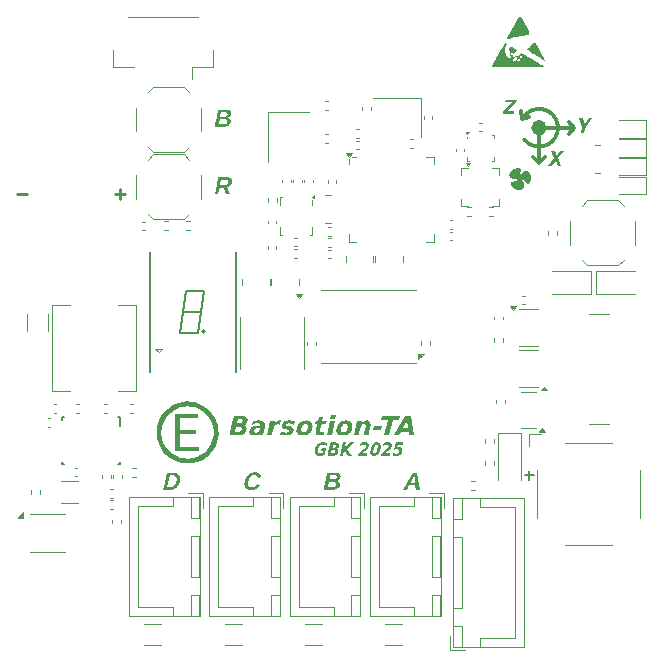
<source format=gbr>
%TF.GenerationSoftware,KiCad,Pcbnew,8.0.9-8.0.9-0~ubuntu24.04.1*%
%TF.CreationDate,2025-04-13T19:17:33+05:00*%
%TF.ProjectId,ThetaAnomalain,54686574-6141-46e6-9f6d-616c61696e2e,rev?*%
%TF.SameCoordinates,Original*%
%TF.FileFunction,Legend,Top*%
%TF.FilePolarity,Positive*%
%FSLAX46Y46*%
G04 Gerber Fmt 4.6, Leading zero omitted, Abs format (unit mm)*
G04 Created by KiCad (PCBNEW 8.0.9-8.0.9-0~ubuntu24.04.1) date 2025-04-13 19:17:33*
%MOMM*%
%LPD*%
G01*
G04 APERTURE LIST*
%ADD10C,0.300000*%
%ADD11C,0.650000*%
%ADD12C,0.220000*%
%ADD13C,0.240000*%
%ADD14C,0.150000*%
%ADD15C,0.120000*%
%ADD16C,0.000000*%
%ADD17C,0.100000*%
%ADD18C,0.191421*%
G04 APERTURE END LIST*
D10*
X121300000Y-84100000D02*
X120800000Y-84600000D01*
X116868218Y-83384109D02*
G75*
G02*
X117050000Y-85100000I1431782J-715891D01*
G01*
X116868218Y-83384109D02*
X116736252Y-82693126D01*
X118300000Y-87100000D02*
X117800000Y-86600000D01*
D11*
X118625000Y-84100000D02*
G75*
G02*
X117975000Y-84100000I-325000J0D01*
G01*
X117975000Y-84100000D02*
G75*
G02*
X118625000Y-84100000I325000J0D01*
G01*
D10*
X118300000Y-84100000D02*
X121300000Y-84100000D01*
X121300000Y-84100000D02*
X120800000Y-83600000D01*
X116868218Y-83384109D02*
X117486252Y-83193126D01*
X118300000Y-87100000D02*
X118800000Y-86600000D01*
X118300000Y-84100000D02*
X118300000Y-87100000D01*
G36*
X87383268Y-113294163D02*
G01*
X87463525Y-113302852D01*
X87537507Y-113317335D01*
X87621163Y-113343585D01*
X87695015Y-113378887D01*
X87759065Y-113423241D01*
X87813311Y-113476646D01*
X87857153Y-113538381D01*
X87889761Y-113607951D01*
X87911135Y-113685356D01*
X87921274Y-113770596D01*
X87921297Y-113844430D01*
X87914130Y-113923279D01*
X87899773Y-114007142D01*
X87879586Y-114089488D01*
X87854195Y-114167815D01*
X87823601Y-114242124D01*
X87787803Y-114312415D01*
X87746802Y-114378687D01*
X87731978Y-114399884D01*
X87684696Y-114460025D01*
X87633524Y-114514602D01*
X87578462Y-114563615D01*
X87509306Y-114613764D01*
X87445817Y-114650721D01*
X87434857Y-114656339D01*
X87367808Y-114686470D01*
X87287142Y-114713743D01*
X87203847Y-114732532D01*
X87130358Y-114741883D01*
X87054937Y-114745000D01*
X86480478Y-114745000D01*
X86529304Y-114510160D01*
X86826326Y-114510160D01*
X87078384Y-114510160D01*
X87159794Y-114503691D01*
X87236365Y-114484284D01*
X87308097Y-114451939D01*
X87374991Y-114406656D01*
X87411043Y-114374972D01*
X87460803Y-114320850D01*
X87504019Y-114259876D01*
X87540693Y-114192050D01*
X87570824Y-114117372D01*
X87594411Y-114035841D01*
X87600820Y-114007142D01*
X87614095Y-113923242D01*
X87617375Y-113847121D01*
X87608569Y-113768146D01*
X87581848Y-113690854D01*
X87556123Y-113649570D01*
X87501466Y-113595554D01*
X87430918Y-113556972D01*
X87356153Y-113535872D01*
X87282385Y-113527191D01*
X87242149Y-113526106D01*
X87031123Y-113526106D01*
X86826326Y-114510160D01*
X86529304Y-114510160D01*
X86782728Y-113291266D01*
X87296737Y-113291266D01*
X87383268Y-113294163D01*
G37*
G36*
X93988294Y-114529211D02*
G01*
X94069822Y-114522458D01*
X94146109Y-114502199D01*
X94217155Y-114468433D01*
X94282959Y-114421162D01*
X94343522Y-114360385D01*
X94388198Y-114302038D01*
X94419504Y-114252606D01*
X94658007Y-114352623D01*
X94616911Y-114415816D01*
X94563983Y-114484681D01*
X94507114Y-114545947D01*
X94446303Y-114599613D01*
X94381551Y-114645681D01*
X94347697Y-114665865D01*
X94277510Y-114700727D01*
X94204334Y-114728376D01*
X94128170Y-114748812D01*
X94049018Y-114762035D01*
X93966878Y-114768046D01*
X93938834Y-114768447D01*
X93856191Y-114765333D01*
X93779718Y-114755990D01*
X93692805Y-114735554D01*
X93615534Y-114705386D01*
X93547905Y-114665487D01*
X93489918Y-114615856D01*
X93450471Y-114569145D01*
X93410385Y-114502990D01*
X93381033Y-114429089D01*
X93362415Y-114347442D01*
X93354529Y-114258050D01*
X93355949Y-114180959D01*
X93364238Y-114098910D01*
X93379396Y-114011905D01*
X93400353Y-113924750D01*
X93425856Y-113842805D01*
X93455903Y-113766068D01*
X93490496Y-113694542D01*
X93529634Y-113628224D01*
X93573317Y-113567115D01*
X93621546Y-113511216D01*
X93674319Y-113460526D01*
X93746220Y-113405010D01*
X93824078Y-113358903D01*
X93907893Y-113322206D01*
X93979234Y-113299623D01*
X94054387Y-113283062D01*
X94133353Y-113272524D01*
X94216131Y-113268007D01*
X94237421Y-113267819D01*
X94312835Y-113270278D01*
X94395989Y-113279724D01*
X94471131Y-113296253D01*
X94548671Y-113324491D01*
X94615306Y-113362370D01*
X94623936Y-113368569D01*
X94685004Y-113424875D01*
X94731921Y-113493041D01*
X94761366Y-113562417D01*
X94779977Y-113640873D01*
X94783304Y-113664958D01*
X94505966Y-113736765D01*
X94487144Y-113663761D01*
X94443498Y-113598511D01*
X94409979Y-113569337D01*
X94340083Y-113531384D01*
X94264245Y-113511981D01*
X94193824Y-113507055D01*
X94109051Y-113513208D01*
X94031045Y-113531668D01*
X93959806Y-113562435D01*
X93895334Y-113605509D01*
X93861532Y-113635648D01*
X93808097Y-113697606D01*
X93768323Y-113759782D01*
X93734114Y-113830330D01*
X93705469Y-113909250D01*
X93685848Y-113981412D01*
X93679082Y-114011905D01*
X93665930Y-114087757D01*
X93658649Y-114171082D01*
X93660641Y-114246009D01*
X93674686Y-114322810D01*
X93706193Y-114396587D01*
X93753637Y-114454610D01*
X93816469Y-114496055D01*
X93894688Y-114520922D01*
X93975751Y-114529081D01*
X93988294Y-114529211D01*
G37*
G36*
X91868027Y-82571020D02*
G01*
X91951901Y-82579675D01*
X92025523Y-82594822D01*
X92098458Y-82620698D01*
X92164724Y-82661090D01*
X92217023Y-82720006D01*
X92245327Y-82792891D01*
X92250341Y-82869404D01*
X92241660Y-82934031D01*
X92219678Y-83007633D01*
X92186248Y-83073650D01*
X92141368Y-83132083D01*
X92131018Y-83142859D01*
X92072400Y-83190615D01*
X92002333Y-83227638D01*
X91929484Y-83251781D01*
X91903140Y-83257897D01*
X91981175Y-83272529D01*
X92054514Y-83299445D01*
X92118055Y-83342335D01*
X92142742Y-83368906D01*
X92179736Y-83437794D01*
X92192330Y-83512440D01*
X92186534Y-83589411D01*
X92183042Y-83607775D01*
X92163198Y-83678946D01*
X92128782Y-83754001D01*
X92082235Y-83820467D01*
X92023556Y-83878342D01*
X91974214Y-83914422D01*
X91908123Y-83951151D01*
X91835694Y-83980282D01*
X91756929Y-84001813D01*
X91671827Y-84015745D01*
X91596067Y-84021550D01*
X91548499Y-84022500D01*
X90838119Y-84022500D01*
X90885041Y-83796819D01*
X91182135Y-83796819D01*
X91570481Y-83796819D01*
X91645636Y-83792617D01*
X91723324Y-83776068D01*
X91790300Y-83743696D01*
X91844038Y-83691706D01*
X91879638Y-83622060D01*
X91889951Y-83583961D01*
X91892801Y-83504305D01*
X91857504Y-83437226D01*
X91792884Y-83399494D01*
X91712436Y-83382724D01*
X91645952Y-83379530D01*
X91268963Y-83379530D01*
X91182135Y-83796819D01*
X90885041Y-83796819D01*
X91018494Y-83154949D01*
X91315491Y-83154949D01*
X91656577Y-83154949D01*
X91735957Y-83149667D01*
X91811686Y-83129807D01*
X91848551Y-83110252D01*
X91900254Y-83058105D01*
X91931026Y-82986154D01*
X91933548Y-82975064D01*
X91937545Y-82900271D01*
X91901674Y-82835846D01*
X91832431Y-82804796D01*
X91758380Y-82795093D01*
X91729483Y-82794446D01*
X91390596Y-82794446D01*
X91315491Y-83154949D01*
X91018494Y-83154949D01*
X91140369Y-82568766D01*
X91790300Y-82568766D01*
X91868027Y-82571020D01*
G37*
D12*
X82406640Y-89684893D02*
X83244736Y-89684893D01*
X82825688Y-90103940D02*
X82825688Y-89265845D01*
D10*
G36*
X91925707Y-88271467D02*
G01*
X92008002Y-88281840D01*
X92080507Y-88299992D01*
X92152725Y-88331002D01*
X92218946Y-88379408D01*
X92266733Y-88440591D01*
X92294692Y-88513864D01*
X92302889Y-88587895D01*
X92295904Y-88671183D01*
X92291120Y-88696680D01*
X92270603Y-88769563D01*
X92240561Y-88837272D01*
X92200994Y-88899806D01*
X92151901Y-88957165D01*
X92095504Y-89007105D01*
X92033657Y-89047748D01*
X91966360Y-89079095D01*
X91893614Y-89101146D01*
X92148604Y-89722500D01*
X91813747Y-89722500D01*
X91600889Y-89159764D01*
X91252110Y-89159764D01*
X91135240Y-89722500D01*
X90838119Y-89722500D01*
X91004174Y-88923825D01*
X91301203Y-88923825D01*
X91690282Y-88923825D01*
X91763605Y-88918316D01*
X91839030Y-88897158D01*
X91891416Y-88867405D01*
X91944262Y-88814066D01*
X91978969Y-88745732D01*
X91988869Y-88709136D01*
X91992894Y-88629480D01*
X91961816Y-88562401D01*
X91892682Y-88520875D01*
X91815857Y-88506501D01*
X91769417Y-88504705D01*
X91388398Y-88504705D01*
X91301203Y-88923825D01*
X91004174Y-88923825D01*
X91140369Y-88268766D01*
X91849651Y-88268766D01*
X91925707Y-88271467D01*
G37*
D12*
X74106640Y-89684893D02*
X74944736Y-89684893D01*
D13*
G36*
X121691214Y-83315309D02*
G01*
X121996908Y-83315309D01*
X122152540Y-83753773D01*
X122490474Y-83315309D01*
X122796755Y-83315309D01*
X122235778Y-84027521D01*
X122127920Y-84546000D01*
X121848311Y-84546000D01*
X121956168Y-84027521D01*
X121691214Y-83315309D01*
G37*
D12*
G36*
X100185174Y-111779175D02*
G01*
X100131491Y-111803993D01*
X100077640Y-111825520D01*
X100023621Y-111843756D01*
X99969434Y-111858701D01*
X99915113Y-111870220D01*
X99860691Y-111878448D01*
X99806169Y-111883385D01*
X99751545Y-111885030D01*
X99691548Y-111882570D01*
X99635817Y-111875190D01*
X99572150Y-111859047D01*
X99515148Y-111835216D01*
X99464809Y-111803697D01*
X99421135Y-111764491D01*
X99390994Y-111727591D01*
X99360089Y-111675572D01*
X99337397Y-111618083D01*
X99322917Y-111555123D01*
X99317245Y-111500817D01*
X99316830Y-111443010D01*
X99321670Y-111381701D01*
X99331766Y-111316891D01*
X99335111Y-111300142D01*
X99351210Y-111233722D01*
X99371163Y-111170947D01*
X99394969Y-111111815D01*
X99422629Y-111056326D01*
X99454143Y-111004482D01*
X99489511Y-110956282D01*
X99528732Y-110911725D01*
X99571807Y-110870812D01*
X99618013Y-110834164D01*
X99666630Y-110802402D01*
X99717655Y-110775527D01*
X99771091Y-110753539D01*
X99826936Y-110736436D01*
X99885190Y-110724220D01*
X99945855Y-110716891D01*
X100008928Y-110714448D01*
X100063673Y-110716126D01*
X100122109Y-110721930D01*
X100178025Y-110731879D01*
X100194309Y-110735672D01*
X100246961Y-110750790D01*
X100301606Y-110772086D01*
X100352822Y-110798272D01*
X100304193Y-111031743D01*
X100258604Y-111000978D01*
X100207486Y-110973257D01*
X100155352Y-110951949D01*
X100102133Y-110936806D01*
X100047390Y-110927949D01*
X99996301Y-110925351D01*
X99940722Y-110928761D01*
X99880296Y-110941358D01*
X99824627Y-110963237D01*
X99773715Y-110994399D01*
X99740261Y-111022340D01*
X99698275Y-111068784D01*
X99667300Y-111114978D01*
X99640954Y-111167066D01*
X99619236Y-111225047D01*
X99604673Y-111277868D01*
X99599748Y-111300142D01*
X99590439Y-111354071D01*
X99585503Y-111413539D01*
X99587367Y-111467282D01*
X99598136Y-111522749D01*
X99621779Y-111576600D01*
X99657075Y-111619268D01*
X99703319Y-111649745D01*
X99760512Y-111668031D01*
X99819536Y-111674031D01*
X99828653Y-111674127D01*
X99883591Y-111671212D01*
X99903879Y-111668484D01*
X99957688Y-111655060D01*
X99968897Y-111650752D01*
X100014570Y-111431520D01*
X99858475Y-111431520D01*
X99899043Y-111236468D01*
X100298014Y-111236468D01*
X100185174Y-111779175D01*
G37*
G36*
X101092360Y-110736604D02*
G01*
X101147499Y-110741819D01*
X101205370Y-110752665D01*
X101261451Y-110771647D01*
X101310461Y-110801683D01*
X101315457Y-110806063D01*
X101350678Y-110852718D01*
X101367285Y-110905536D01*
X101370466Y-110960513D01*
X101364761Y-111014144D01*
X101361130Y-111033355D01*
X101345943Y-111087019D01*
X101321700Y-111139044D01*
X101298262Y-111173600D01*
X101260619Y-111212728D01*
X101215798Y-111243470D01*
X101181929Y-111259304D01*
X101233110Y-111286154D01*
X101270992Y-111326001D01*
X101288859Y-111359786D01*
X101303355Y-111414116D01*
X101305790Y-111470285D01*
X101299233Y-111526354D01*
X101296650Y-111539524D01*
X101281141Y-111597852D01*
X101260002Y-111650324D01*
X101233234Y-111696940D01*
X101194890Y-111743924D01*
X101148883Y-111782937D01*
X101095021Y-111814133D01*
X101042449Y-111834774D01*
X100983963Y-111849786D01*
X100930708Y-111857996D01*
X100873348Y-111862296D01*
X100836960Y-111863000D01*
X100411929Y-111863000D01*
X100453096Y-111664992D01*
X100709344Y-111664992D01*
X100859528Y-111664992D01*
X100913379Y-111659778D01*
X100965127Y-111640516D01*
X100983653Y-111627916D01*
X101020572Y-111584892D01*
X101041395Y-111534235D01*
X101045715Y-111516150D01*
X101050218Y-111459018D01*
X101029863Y-111406265D01*
X100983632Y-111377546D01*
X100925861Y-111369494D01*
X100921053Y-111369458D01*
X100770868Y-111369458D01*
X100709344Y-111664992D01*
X100453096Y-111664992D01*
X100555651Y-111171719D01*
X100811974Y-111171719D01*
X100953293Y-111171719D01*
X101008034Y-111164196D01*
X101051357Y-111141628D01*
X101085813Y-111098378D01*
X101101329Y-111052162D01*
X101103711Y-110998237D01*
X101088433Y-110963502D01*
X101040366Y-110936493D01*
X101002997Y-110932874D01*
X100861678Y-110932874D01*
X100811974Y-111171719D01*
X100555651Y-111171719D01*
X100646475Y-110734866D01*
X101030938Y-110734866D01*
X101092360Y-110736604D01*
G37*
G36*
X101701800Y-110734866D02*
G01*
X101958108Y-110734866D01*
X101872404Y-111146733D01*
X102327257Y-110734866D01*
X102624940Y-110734866D01*
X102035216Y-111268976D01*
X102439291Y-111863000D01*
X102118234Y-111863000D01*
X101815983Y-111418624D01*
X101723562Y-111863000D01*
X101467254Y-111863000D01*
X101701800Y-110734866D01*
G37*
G36*
X103333953Y-111649140D02*
G01*
X103771074Y-111649140D01*
X103726744Y-111863000D01*
X103005373Y-111863000D01*
X103049703Y-111649140D01*
X103487630Y-111285634D01*
X103528170Y-111248659D01*
X103566393Y-111206285D01*
X103579783Y-111188376D01*
X103607456Y-111139680D01*
X103623845Y-111089238D01*
X103628618Y-111034140D01*
X103615181Y-110980843D01*
X103603157Y-110961621D01*
X103559677Y-110926910D01*
X103507478Y-110914017D01*
X103488705Y-110913261D01*
X103432939Y-110918815D01*
X103379818Y-110932416D01*
X103351416Y-110942277D01*
X103301534Y-110963193D01*
X103248609Y-110989672D01*
X103198374Y-111018258D01*
X103181081Y-111028788D01*
X103232397Y-110780808D01*
X103284433Y-110763885D01*
X103341305Y-110747922D01*
X103397179Y-110734950D01*
X103413747Y-110731642D01*
X103468309Y-110722575D01*
X103526752Y-110716479D01*
X103583545Y-110714448D01*
X103646803Y-110717583D01*
X103703185Y-110726991D01*
X103760274Y-110745893D01*
X103808003Y-110773332D01*
X103841465Y-110803645D01*
X103874528Y-110852626D01*
X103893385Y-110910373D01*
X103898232Y-110968092D01*
X103893729Y-111022906D01*
X103888482Y-111052162D01*
X103872729Y-111108551D01*
X103849315Y-111162526D01*
X103821692Y-111209039D01*
X103811106Y-111224109D01*
X103775457Y-111267381D01*
X103733603Y-111310782D01*
X103689808Y-111352096D01*
X103647728Y-111389424D01*
X103600571Y-111429390D01*
X103590530Y-111437699D01*
X103333953Y-111649140D01*
G37*
G36*
X104632864Y-110718167D02*
G01*
X104694649Y-110732448D01*
X104747990Y-110757440D01*
X104792887Y-110793144D01*
X104829340Y-110839558D01*
X104844399Y-110866782D01*
X104864570Y-110917457D01*
X104878235Y-110974443D01*
X104885392Y-111037738D01*
X104886433Y-111092918D01*
X104883310Y-111152136D01*
X104876022Y-111215392D01*
X104864570Y-111282687D01*
X104861057Y-111300142D01*
X104845231Y-111368199D01*
X104826902Y-111432259D01*
X104806072Y-111492323D01*
X104782740Y-111548390D01*
X104756906Y-111600461D01*
X104728570Y-111648536D01*
X104697732Y-111692614D01*
X104664392Y-111732696D01*
X104619854Y-111776581D01*
X104572547Y-111813028D01*
X104522472Y-111842037D01*
X104469630Y-111863608D01*
X104414019Y-111877741D01*
X104355640Y-111884435D01*
X104331514Y-111885030D01*
X104273034Y-111881311D01*
X104210720Y-111867030D01*
X104156982Y-111842037D01*
X104111821Y-111806334D01*
X104075236Y-111759920D01*
X104060160Y-111732696D01*
X104040066Y-111681969D01*
X104026466Y-111624998D01*
X104019360Y-111561783D01*
X104018962Y-111540052D01*
X104268000Y-111540052D01*
X104271678Y-111593823D01*
X104272676Y-111599437D01*
X104294664Y-111652809D01*
X104339462Y-111682831D01*
X104372620Y-111687023D01*
X104429619Y-111674706D01*
X104475098Y-111641776D01*
X104507491Y-111599437D01*
X104533770Y-111547635D01*
X104555800Y-111489387D01*
X104573966Y-111429863D01*
X104588600Y-111373491D01*
X104602774Y-111310967D01*
X104605554Y-111297724D01*
X104617828Y-111234699D01*
X104627111Y-111177773D01*
X104634302Y-111117515D01*
X104637248Y-111058317D01*
X104632421Y-110999772D01*
X104610583Y-110947054D01*
X104561995Y-110916303D01*
X104533551Y-110913261D01*
X104480000Y-110923484D01*
X104433497Y-110954151D01*
X104397337Y-110999772D01*
X104371310Y-111050836D01*
X104349473Y-111108326D01*
X104331451Y-111167120D01*
X104316924Y-111222826D01*
X104302843Y-111284631D01*
X104300080Y-111297724D01*
X104287722Y-111361479D01*
X104278355Y-111419081D01*
X104271064Y-111480082D01*
X104268000Y-111540052D01*
X104018962Y-111540052D01*
X104018351Y-111506714D01*
X104021497Y-111447650D01*
X104028799Y-111384588D01*
X104040257Y-111317531D01*
X104043771Y-111300142D01*
X104059593Y-111231837D01*
X104077909Y-111167571D01*
X104098718Y-111107344D01*
X104122021Y-111051155D01*
X104147817Y-110999004D01*
X104176107Y-110950891D01*
X104206890Y-110906817D01*
X104240167Y-110866782D01*
X104284752Y-110822896D01*
X104332196Y-110786449D01*
X104382500Y-110757440D01*
X104435664Y-110735870D01*
X104491688Y-110721737D01*
X104550572Y-110715043D01*
X104574926Y-110714448D01*
X104632864Y-110718167D01*
G37*
G36*
X105261908Y-111649140D02*
G01*
X105699030Y-111649140D01*
X105654699Y-111863000D01*
X104933328Y-111863000D01*
X104977658Y-111649140D01*
X105415586Y-111285634D01*
X105456125Y-111248659D01*
X105494348Y-111206285D01*
X105507739Y-111188376D01*
X105535411Y-111139680D01*
X105551800Y-111089238D01*
X105556573Y-111034140D01*
X105543136Y-110980843D01*
X105531113Y-110961621D01*
X105487633Y-110926910D01*
X105435433Y-110914017D01*
X105416660Y-110913261D01*
X105360894Y-110918815D01*
X105307774Y-110932416D01*
X105279371Y-110942277D01*
X105229490Y-110963193D01*
X105176564Y-110989672D01*
X105126329Y-111018258D01*
X105109036Y-111028788D01*
X105160352Y-110780808D01*
X105212389Y-110763885D01*
X105269260Y-110747922D01*
X105325134Y-110734950D01*
X105341702Y-110731642D01*
X105396265Y-110722575D01*
X105454708Y-110716479D01*
X105511500Y-110714448D01*
X105574758Y-110717583D01*
X105631141Y-110726991D01*
X105688229Y-110745893D01*
X105735959Y-110773332D01*
X105769420Y-110803645D01*
X105802483Y-110852626D01*
X105821340Y-110910373D01*
X105826187Y-110968092D01*
X105821685Y-111022906D01*
X105816437Y-111052162D01*
X105800684Y-111108551D01*
X105777270Y-111162526D01*
X105749648Y-111209039D01*
X105739061Y-111224109D01*
X105703412Y-111267381D01*
X105661558Y-111310782D01*
X105617763Y-111352096D01*
X105575683Y-111389424D01*
X105528526Y-111429390D01*
X105518485Y-111437699D01*
X105261908Y-111649140D01*
G37*
G36*
X106167854Y-110734866D02*
G01*
X106805132Y-110734866D01*
X106760533Y-110948725D01*
X106328248Y-110948725D01*
X106291978Y-111123359D01*
X106345577Y-111110664D01*
X106353234Y-111109388D01*
X106407656Y-111104363D01*
X106415565Y-111104284D01*
X106469912Y-111106802D01*
X106528549Y-111116474D01*
X106580007Y-111133400D01*
X106630969Y-111162316D01*
X106672160Y-111201104D01*
X106677247Y-111207452D01*
X106706513Y-111256470D01*
X106724491Y-111313254D01*
X106730917Y-111368106D01*
X106729050Y-111428663D01*
X106721159Y-111483486D01*
X106718890Y-111494926D01*
X106704685Y-111550166D01*
X106685915Y-111601537D01*
X106657365Y-111658074D01*
X106622241Y-111709037D01*
X106580543Y-111754429D01*
X106549092Y-111781593D01*
X106497467Y-111816746D01*
X106441327Y-111844625D01*
X106380673Y-111865232D01*
X106326678Y-111876848D01*
X106269548Y-111883414D01*
X106221587Y-111885030D01*
X106164376Y-111882840D01*
X106108372Y-111876268D01*
X106058506Y-111866492D01*
X106004741Y-111851462D01*
X105952056Y-111831859D01*
X105905097Y-111810072D01*
X105952651Y-111581168D01*
X106000664Y-111614444D01*
X106047915Y-111641498D01*
X106090209Y-111660693D01*
X106144512Y-111677740D01*
X106197840Y-111686097D01*
X106222124Y-111687023D01*
X106277416Y-111681959D01*
X106331752Y-111664691D01*
X106379295Y-111635170D01*
X106418196Y-111595203D01*
X106446240Y-111546602D01*
X106462313Y-111494926D01*
X106467788Y-111438079D01*
X106455512Y-111382438D01*
X106437864Y-111354413D01*
X106394690Y-111321188D01*
X106340197Y-111305553D01*
X106301919Y-111303097D01*
X106247998Y-111306698D01*
X106193091Y-111316557D01*
X106180750Y-111319486D01*
X106124966Y-111335510D01*
X106069774Y-111355496D01*
X106035938Y-111369458D01*
X106167854Y-110734866D01*
G37*
D10*
G36*
X108178506Y-114745000D02*
G01*
X107884316Y-114745000D01*
X107837421Y-114363981D01*
X107296301Y-114363981D01*
X107091137Y-114745000D01*
X106793649Y-114745000D01*
X107137642Y-114135369D01*
X107410241Y-114135369D01*
X107818370Y-114135369D01*
X107764148Y-113722110D01*
X107749494Y-113583258D01*
X107743266Y-113512916D01*
X107732275Y-113535265D01*
X107699345Y-113601924D01*
X107690509Y-113619162D01*
X107652907Y-113689723D01*
X107617066Y-113755942D01*
X107580215Y-113823768D01*
X107536094Y-113904795D01*
X107498232Y-113974228D01*
X107456281Y-114051086D01*
X107410241Y-114135369D01*
X107137642Y-114135369D01*
X107613939Y-113291266D01*
X107964916Y-113291266D01*
X108178506Y-114745000D01*
G37*
D13*
G36*
X119921067Y-86667905D02*
G01*
X120166092Y-87296000D01*
X119874759Y-87296000D01*
X119708869Y-86875706D01*
X119370935Y-87296000D01*
X119078136Y-87296000D01*
X119584598Y-86667905D01*
X119348660Y-86065309D01*
X119640286Y-86065309D01*
X119795038Y-86461861D01*
X120114508Y-86065309D01*
X120407306Y-86065309D01*
X119921067Y-86667905D01*
G37*
G36*
X115489986Y-81715309D02*
G01*
X116400034Y-81715309D01*
X116360174Y-81907284D01*
X115612791Y-82706251D01*
X116210990Y-82706251D01*
X116161165Y-82946000D01*
X115216824Y-82946000D01*
X115256685Y-82754025D01*
X116004361Y-81955057D01*
X115440160Y-81955057D01*
X115489986Y-81715309D01*
G37*
D10*
G36*
X101110386Y-113293520D02*
G01*
X101194260Y-113302175D01*
X101267882Y-113317322D01*
X101340817Y-113343198D01*
X101407083Y-113383590D01*
X101459382Y-113442506D01*
X101487686Y-113515391D01*
X101492700Y-113591904D01*
X101484019Y-113656531D01*
X101462037Y-113730133D01*
X101428607Y-113796150D01*
X101383727Y-113854583D01*
X101373377Y-113865359D01*
X101314759Y-113913115D01*
X101244692Y-113950138D01*
X101171843Y-113974281D01*
X101145499Y-113980397D01*
X101223534Y-113995029D01*
X101296873Y-114021945D01*
X101360414Y-114064835D01*
X101385101Y-114091406D01*
X101422095Y-114160294D01*
X101434689Y-114234940D01*
X101428893Y-114311911D01*
X101425401Y-114330275D01*
X101405557Y-114401446D01*
X101371141Y-114476501D01*
X101324594Y-114542967D01*
X101265915Y-114600842D01*
X101216573Y-114636922D01*
X101150482Y-114673651D01*
X101078053Y-114702782D01*
X100999288Y-114724313D01*
X100914186Y-114738245D01*
X100838426Y-114744050D01*
X100790858Y-114745000D01*
X100080478Y-114745000D01*
X100127400Y-114519319D01*
X100424494Y-114519319D01*
X100812840Y-114519319D01*
X100887995Y-114515117D01*
X100965683Y-114498568D01*
X101032659Y-114466196D01*
X101086397Y-114414206D01*
X101121997Y-114344560D01*
X101132310Y-114306461D01*
X101135160Y-114226805D01*
X101099863Y-114159726D01*
X101035243Y-114121994D01*
X100954795Y-114105224D01*
X100888311Y-114102030D01*
X100511322Y-114102030D01*
X100424494Y-114519319D01*
X100127400Y-114519319D01*
X100260853Y-113877449D01*
X100557850Y-113877449D01*
X100898936Y-113877449D01*
X100978316Y-113872167D01*
X101054045Y-113852307D01*
X101090910Y-113832752D01*
X101142613Y-113780605D01*
X101173385Y-113708654D01*
X101175907Y-113697564D01*
X101179904Y-113622771D01*
X101144033Y-113558346D01*
X101074790Y-113527296D01*
X101000739Y-113517593D01*
X100971842Y-113516946D01*
X100632955Y-113516946D01*
X100557850Y-113877449D01*
X100260853Y-113877449D01*
X100382728Y-113291266D01*
X101032659Y-113291266D01*
X101110386Y-113293520D01*
G37*
G36*
X93146908Y-108478945D02*
G01*
X93238346Y-108485593D01*
X93319710Y-108497355D01*
X93404047Y-108518219D01*
X93484104Y-108551868D01*
X93529197Y-108582040D01*
X93582442Y-108642099D01*
X93613607Y-108717937D01*
X93622765Y-108797237D01*
X93615018Y-108888618D01*
X93609699Y-108916946D01*
X93586871Y-108995984D01*
X93552776Y-109066526D01*
X93512002Y-109123282D01*
X93451827Y-109180966D01*
X93380331Y-109226230D01*
X93326378Y-109249507D01*
X93403578Y-109284585D01*
X93463230Y-109335547D01*
X93502233Y-109395662D01*
X93527546Y-109474734D01*
X93533408Y-109556555D01*
X93524718Y-109638286D01*
X93520990Y-109657490D01*
X93497882Y-109742331D01*
X93465486Y-109818654D01*
X93423803Y-109886459D01*
X93372833Y-109945745D01*
X93312575Y-109996514D01*
X93290425Y-110011545D01*
X93217670Y-110051121D01*
X93135105Y-110082509D01*
X93058808Y-110102411D01*
X92975698Y-110116627D01*
X92885777Y-110125156D01*
X92789043Y-110128000D01*
X92102037Y-110128000D01*
X92159223Y-109852884D01*
X92573328Y-109852884D01*
X92816008Y-109852884D01*
X92896025Y-109846235D01*
X92975230Y-109821230D01*
X93015701Y-109796611D01*
X93071287Y-109736109D01*
X93105490Y-109660371D01*
X93114180Y-109626227D01*
X93120723Y-109544640D01*
X93095310Y-109469548D01*
X93086434Y-109458579D01*
X93016873Y-109416667D01*
X92932732Y-109403187D01*
X92909797Y-109402696D01*
X92667117Y-109402696D01*
X92573328Y-109852884D01*
X92159223Y-109852884D01*
X92309984Y-109127581D01*
X92724173Y-109127581D01*
X92953175Y-109127581D01*
X93031479Y-109118530D01*
X93103384Y-109086021D01*
X93111053Y-109080295D01*
X93163720Y-109016956D01*
X93190774Y-108940002D01*
X93194975Y-108859402D01*
X93169281Y-108800491D01*
X93101230Y-108760357D01*
X93031332Y-108752424D01*
X92802330Y-108752424D01*
X92724173Y-109127581D01*
X92309984Y-109127581D01*
X92445150Y-108477309D01*
X93066503Y-108477309D01*
X93146908Y-108478945D01*
G37*
G36*
X94642547Y-108879436D02*
G01*
X94731152Y-108887399D01*
X94809663Y-108901487D01*
X94890552Y-108926477D01*
X94966550Y-108966781D01*
X95008722Y-109002919D01*
X95057034Y-109075264D01*
X95081114Y-109154674D01*
X95088240Y-109234706D01*
X95082891Y-109325785D01*
X95068904Y-109410121D01*
X94919623Y-110128000D01*
X94531570Y-110128000D01*
X94572993Y-109927916D01*
X94515504Y-109989042D01*
X94450321Y-110045142D01*
X94383765Y-110088800D01*
X94363531Y-110099472D01*
X94285777Y-110129953D01*
X94208840Y-110146684D01*
X94125950Y-110152958D01*
X94117334Y-110153010D01*
X94029431Y-110146000D01*
X93953300Y-110124971D01*
X93881725Y-110084555D01*
X93836357Y-110040854D01*
X93794334Y-109972291D01*
X93772898Y-109893218D01*
X93771127Y-109814108D01*
X93771645Y-109810519D01*
X94170945Y-109810519D01*
X94194710Y-109857183D01*
X94263006Y-109896476D01*
X94321716Y-109902905D01*
X94400833Y-109890815D01*
X94475223Y-109854545D01*
X94522191Y-109816932D01*
X94577662Y-109752699D01*
X94617803Y-109678216D01*
X94640990Y-109601607D01*
X94651151Y-109552759D01*
X94451458Y-109552759D01*
X94367982Y-109559133D01*
X94288513Y-109582685D01*
X94260362Y-109598090D01*
X94203307Y-109653778D01*
X94172044Y-109730958D01*
X94170945Y-109810519D01*
X93771645Y-109810519D01*
X93780474Y-109749325D01*
X93801746Y-109671647D01*
X93837364Y-109591371D01*
X93884613Y-109522241D01*
X93943494Y-109464255D01*
X93992672Y-109429660D01*
X94072595Y-109389918D01*
X94152115Y-109363622D01*
X94241801Y-109344498D01*
X94324305Y-109334039D01*
X94413870Y-109328561D01*
X94470997Y-109327665D01*
X94698046Y-109327665D01*
X94703907Y-109299528D01*
X94700261Y-109218315D01*
X94658576Y-109169004D01*
X94579647Y-109139272D01*
X94496881Y-109129037D01*
X94442861Y-109127581D01*
X94359125Y-109130536D01*
X94278252Y-109139402D01*
X94207215Y-109152591D01*
X94125058Y-109174866D01*
X94045648Y-109204175D01*
X93994235Y-109227623D01*
X94056762Y-108927497D01*
X94136965Y-108913293D01*
X94216863Y-108901455D01*
X94296455Y-108891983D01*
X94312337Y-108890372D01*
X94391693Y-108883572D01*
X94470515Y-108879290D01*
X94548802Y-108877526D01*
X94564396Y-108877476D01*
X94642547Y-108879436D01*
G37*
G36*
X96380000Y-109252633D02*
G01*
X96307738Y-109221053D01*
X96286992Y-109215117D01*
X96208089Y-109203052D01*
X96189295Y-109202612D01*
X96109597Y-109210217D01*
X96030035Y-109236503D01*
X95959937Y-109281566D01*
X95940753Y-109298746D01*
X95889456Y-109359375D01*
X95848113Y-109433110D01*
X95819720Y-109509656D01*
X95803586Y-109573861D01*
X95688304Y-110128000D01*
X95303377Y-110128000D01*
X95558171Y-108902487D01*
X95943098Y-108902487D01*
X95901674Y-109102570D01*
X95957749Y-109041633D01*
X96021649Y-108985670D01*
X96087228Y-108942073D01*
X96107229Y-108931405D01*
X96184299Y-108900701D01*
X96267741Y-108882743D01*
X96349127Y-108877476D01*
X96390942Y-108879039D01*
X96455031Y-108884901D01*
X96380000Y-109252633D01*
G37*
G36*
X97597697Y-108927497D02*
G01*
X97535170Y-109227623D01*
X97457849Y-109196189D01*
X97381174Y-109170665D01*
X97312030Y-109152591D01*
X97230716Y-109137351D01*
X97151489Y-109129144D01*
X97099832Y-109127581D01*
X97018995Y-109132095D01*
X96942522Y-109150047D01*
X96931011Y-109154936D01*
X96870973Y-109209400D01*
X96860669Y-109238956D01*
X96886071Y-109310079D01*
X96961012Y-109336839D01*
X97023237Y-109346422D01*
X97089281Y-109356192D01*
X97174182Y-109369372D01*
X97262915Y-109388386D01*
X97348309Y-109414980D01*
X97421997Y-109451189D01*
X97460530Y-109482417D01*
X97503747Y-109554688D01*
X97517791Y-109640906D01*
X97511716Y-109723949D01*
X97505471Y-109758314D01*
X97481703Y-109839789D01*
X97446304Y-109911877D01*
X97399274Y-109974577D01*
X97340613Y-110027890D01*
X97301870Y-110054140D01*
X97225043Y-110092665D01*
X97150112Y-110118155D01*
X97066801Y-110136693D01*
X96975109Y-110148279D01*
X96892297Y-110152624D01*
X96857543Y-110153010D01*
X96775092Y-110150793D01*
X96691624Y-110144144D01*
X96614863Y-110134252D01*
X96537545Y-110120697D01*
X96459464Y-110103478D01*
X96380619Y-110082595D01*
X96364759Y-110077979D01*
X96426894Y-109777853D01*
X96498716Y-109817146D01*
X96573402Y-109849050D01*
X96643782Y-109871642D01*
X96723702Y-109889441D01*
X96806023Y-109899852D01*
X96882944Y-109902905D01*
X96966327Y-109897423D01*
X97042502Y-109877474D01*
X97059190Y-109869688D01*
X97119610Y-109815497D01*
X97136957Y-109770819D01*
X97120588Y-109694056D01*
X97114682Y-109688753D01*
X97041379Y-109659780D01*
X96967355Y-109646939D01*
X96901311Y-109637951D01*
X96813306Y-109623878D01*
X96736869Y-109605985D01*
X96662313Y-109580284D01*
X96589590Y-109539600D01*
X96565624Y-109518760D01*
X96521508Y-109448134D01*
X96506487Y-109365336D01*
X96511671Y-109286348D01*
X96517557Y-109253806D01*
X96540269Y-109174780D01*
X96579141Y-109096097D01*
X96631787Y-109029822D01*
X96698209Y-108975954D01*
X96707480Y-108970093D01*
X96779082Y-108934005D01*
X96862240Y-108906781D01*
X96942717Y-108890500D01*
X97031684Y-108880732D01*
X97112309Y-108877567D01*
X97129141Y-108877476D01*
X97210254Y-108879180D01*
X97293565Y-108884290D01*
X97350327Y-108889591D01*
X97431217Y-108899535D01*
X97508520Y-108911381D01*
X97589410Y-108925898D01*
X97597697Y-108927497D01*
G37*
G36*
X98666403Y-108881607D02*
G01*
X98750953Y-108894001D01*
X98827146Y-108914656D01*
X98907544Y-108950349D01*
X98975908Y-108997940D01*
X99023684Y-109046688D01*
X99068912Y-109114717D01*
X99099961Y-109191896D01*
X99116832Y-109278225D01*
X99120061Y-109357156D01*
X99113443Y-109442440D01*
X99101060Y-109515243D01*
X99078037Y-109605611D01*
X99047800Y-109689625D01*
X99010351Y-109767284D01*
X98965689Y-109838590D01*
X98913814Y-109903541D01*
X98854726Y-109962139D01*
X98829071Y-109983799D01*
X98761031Y-110032546D01*
X98688067Y-110073031D01*
X98610180Y-110105254D01*
X98527370Y-110129215D01*
X98439638Y-110144913D01*
X98346982Y-110152349D01*
X98308541Y-110153010D01*
X98215267Y-110148879D01*
X98130351Y-110136485D01*
X98053792Y-110115830D01*
X97972954Y-110080137D01*
X97904150Y-110032546D01*
X97856008Y-109983799D01*
X97810515Y-109915769D01*
X97779255Y-109838590D01*
X97762228Y-109752261D01*
X97759142Y-109678817D01*
X98163592Y-109678817D01*
X98179141Y-109759858D01*
X98189741Y-109784496D01*
X98241953Y-109844968D01*
X98320478Y-109874611D01*
X98365596Y-109877895D01*
X98447174Y-109866858D01*
X98519425Y-109833749D01*
X98577013Y-109784496D01*
X98626144Y-109718070D01*
X98662074Y-109644517D01*
X98687420Y-109568185D01*
X98700111Y-109515243D01*
X98713203Y-109432469D01*
X98715318Y-109351669D01*
X98699769Y-109270628D01*
X98689169Y-109245990D01*
X98637851Y-109185518D01*
X98560734Y-109155875D01*
X98516441Y-109152591D01*
X98433435Y-109163628D01*
X98360127Y-109196737D01*
X98301898Y-109245990D01*
X98252767Y-109312416D01*
X98216837Y-109385970D01*
X98191490Y-109462301D01*
X98178799Y-109515243D01*
X98165708Y-109598017D01*
X98163592Y-109678817D01*
X97759142Y-109678817D01*
X97758911Y-109673330D01*
X97765479Y-109588046D01*
X97777850Y-109515243D01*
X97800893Y-109424875D01*
X97831187Y-109340861D01*
X97868731Y-109263202D01*
X97913527Y-109191896D01*
X97965574Y-109126945D01*
X98024871Y-109068347D01*
X98050621Y-109046688D01*
X98119028Y-108997940D01*
X98192358Y-108957455D01*
X98270611Y-108925232D01*
X98353787Y-108901271D01*
X98441886Y-108885573D01*
X98534908Y-108878137D01*
X98573496Y-108877476D01*
X98666403Y-108881607D01*
G37*
G36*
X100026057Y-108552340D02*
G01*
X99953370Y-108902487D01*
X100350411Y-108902487D01*
X100293356Y-109177602D01*
X99896315Y-109177602D01*
X99786503Y-109705166D01*
X99780500Y-109784960D01*
X99795491Y-109822403D01*
X99871759Y-109850473D01*
X99921716Y-109852884D01*
X100119455Y-109852884D01*
X100062400Y-110128000D01*
X99732184Y-110128000D01*
X99652106Y-110124620D01*
X99572225Y-110112134D01*
X99490954Y-110082561D01*
X99428932Y-110031866D01*
X99394059Y-109958654D01*
X99383471Y-109881180D01*
X99386829Y-109799606D01*
X99399083Y-109719445D01*
X99401967Y-109705166D01*
X99511779Y-109177602D01*
X99320293Y-109177602D01*
X99377348Y-108902487D01*
X99568834Y-108902487D01*
X99641521Y-108552340D01*
X100026057Y-108552340D01*
G37*
G36*
X100604033Y-108902487D02*
G01*
X100988960Y-108902487D01*
X100734166Y-110128000D01*
X100349239Y-110128000D01*
X100604033Y-108902487D01*
G37*
G36*
X100702903Y-108427288D02*
G01*
X101087829Y-108427288D01*
X101020223Y-108752424D01*
X100635296Y-108752424D01*
X100702903Y-108427288D01*
G37*
G36*
X102042816Y-108881607D02*
G01*
X102127366Y-108894001D01*
X102203559Y-108914656D01*
X102283957Y-108950349D01*
X102352321Y-108997940D01*
X102400097Y-109046688D01*
X102445325Y-109114717D01*
X102476374Y-109191896D01*
X102493245Y-109278225D01*
X102496474Y-109357156D01*
X102489856Y-109442440D01*
X102477473Y-109515243D01*
X102454450Y-109605611D01*
X102424213Y-109689625D01*
X102386764Y-109767284D01*
X102342102Y-109838590D01*
X102290227Y-109903541D01*
X102231139Y-109962139D01*
X102205484Y-109983799D01*
X102137444Y-110032546D01*
X102064480Y-110073031D01*
X101986593Y-110105254D01*
X101903784Y-110129215D01*
X101816051Y-110144913D01*
X101723395Y-110152349D01*
X101684954Y-110153010D01*
X101591680Y-110148879D01*
X101506764Y-110136485D01*
X101430205Y-110115830D01*
X101349367Y-110080137D01*
X101280564Y-110032546D01*
X101232421Y-109983799D01*
X101186928Y-109915769D01*
X101155668Y-109838590D01*
X101138641Y-109752261D01*
X101135556Y-109678817D01*
X101540005Y-109678817D01*
X101555554Y-109759858D01*
X101566154Y-109784496D01*
X101618366Y-109844968D01*
X101696892Y-109874611D01*
X101742009Y-109877895D01*
X101823588Y-109866858D01*
X101895838Y-109833749D01*
X101953426Y-109784496D01*
X102002557Y-109718070D01*
X102038487Y-109644517D01*
X102063833Y-109568185D01*
X102076524Y-109515243D01*
X102089616Y-109432469D01*
X102091731Y-109351669D01*
X102076182Y-109270628D01*
X102065582Y-109245990D01*
X102014264Y-109185518D01*
X101937147Y-109155875D01*
X101892854Y-109152591D01*
X101809848Y-109163628D01*
X101736540Y-109196737D01*
X101678311Y-109245990D01*
X101629180Y-109312416D01*
X101593250Y-109385970D01*
X101567903Y-109462301D01*
X101555212Y-109515243D01*
X101542121Y-109598017D01*
X101540005Y-109678817D01*
X101135556Y-109678817D01*
X101135325Y-109673330D01*
X101141892Y-109588046D01*
X101154263Y-109515243D01*
X101177306Y-109424875D01*
X101207600Y-109340861D01*
X101245145Y-109263202D01*
X101289940Y-109191896D01*
X101341987Y-109126945D01*
X101401284Y-109068347D01*
X101427034Y-109046688D01*
X101495441Y-108997940D01*
X101568771Y-108957455D01*
X101647024Y-108925232D01*
X101730200Y-108901271D01*
X101818299Y-108885573D01*
X101911321Y-108878137D01*
X101949909Y-108877476D01*
X102042816Y-108881607D01*
G37*
G36*
X104019134Y-109389018D02*
G01*
X103865554Y-110128000D01*
X103478283Y-110128000D01*
X103503293Y-110007637D01*
X103595910Y-109562138D01*
X103612180Y-109481499D01*
X103626105Y-109403929D01*
X103633817Y-109345641D01*
X103631086Y-109267279D01*
X103627955Y-109257713D01*
X103579106Y-109198704D01*
X103501964Y-109177684D01*
X103495868Y-109177602D01*
X103416859Y-109188684D01*
X103345331Y-109221932D01*
X103286796Y-109271391D01*
X103236864Y-109337031D01*
X103200931Y-109408115D01*
X103173529Y-109490575D01*
X103164089Y-109530875D01*
X103039818Y-110128000D01*
X102654891Y-110128000D01*
X102909685Y-108902487D01*
X103294612Y-108902487D01*
X103258269Y-109077560D01*
X103319317Y-109024044D01*
X103387002Y-108974661D01*
X103461280Y-108932594D01*
X103474766Y-108926325D01*
X103550118Y-108898513D01*
X103627872Y-108882246D01*
X103700642Y-108877476D01*
X103785958Y-108883741D01*
X103868396Y-108906241D01*
X103941929Y-108951115D01*
X103990216Y-109008390D01*
X104022358Y-109081272D01*
X104037892Y-109169004D01*
X104037860Y-109257952D01*
X104027712Y-109343241D01*
X104019134Y-109389018D01*
G37*
G36*
X104350132Y-109327665D02*
G01*
X105025415Y-109327665D01*
X104957808Y-109652801D01*
X104282526Y-109652801D01*
X104350132Y-109327665D01*
G37*
G36*
X105018381Y-108477309D02*
G01*
X106497906Y-108477309D01*
X106430300Y-108802445D01*
X105898046Y-108802445D01*
X105622540Y-110128000D01*
X105208695Y-110128000D01*
X105484200Y-108802445D01*
X104950774Y-108802445D01*
X105018381Y-108477309D01*
G37*
G36*
X107711695Y-110128000D02*
G01*
X107295505Y-110128000D01*
X107257208Y-109827874D01*
X106610062Y-109827874D01*
X106445540Y-110128000D01*
X106028960Y-110128000D01*
X106369870Y-109527748D01*
X106775366Y-109527748D01*
X107215003Y-109527748D01*
X107132937Y-108866925D01*
X106775366Y-109527748D01*
X106369870Y-109527748D01*
X106966461Y-108477309D01*
X107460027Y-108477309D01*
X107711695Y-110128000D01*
G37*
D14*
X117473866Y-113880951D02*
X117473866Y-113119047D01*
X117854819Y-113499999D02*
X117092914Y-113499999D01*
D15*
%TO.C,D8*%
X125100000Y-89735000D02*
X127385000Y-89735000D01*
X127385000Y-88265000D02*
X125100000Y-88265000D01*
X127385000Y-89735000D02*
X127385000Y-88265000D01*
%TO.C,R5*%
X81270000Y-113486439D02*
X81270000Y-113793721D01*
X82030000Y-113486439D02*
X82030000Y-113793721D01*
D14*
%TO.C,U2*%
X77875081Y-108624917D02*
X77875081Y-108809915D01*
X77875081Y-108624917D02*
X78060079Y-108624917D01*
X77875081Y-112390081D02*
X77875081Y-112575079D01*
X77875081Y-112575079D02*
X78060079Y-112575079D01*
X82639923Y-108625079D02*
X82824921Y-108625079D01*
X82639923Y-112575079D02*
X82824921Y-112575079D01*
X82824921Y-108625079D02*
X82824921Y-109310079D01*
X82824921Y-112390081D02*
X82824921Y-112575079D01*
D15*
%TO.C,R6*%
X114470000Y-102203641D02*
X114470000Y-101896359D01*
X115230000Y-102203641D02*
X115230000Y-101896359D01*
%TO.C,J4*%
X97190000Y-115340000D02*
X97190000Y-125460000D01*
X97190000Y-125460000D02*
X103160000Y-125460000D01*
X97950000Y-116100000D02*
X97950000Y-120400000D01*
X97950000Y-124700000D02*
X97950000Y-120400000D01*
X100900000Y-115350000D02*
X100900000Y-116100000D01*
X100900000Y-116100000D02*
X97950000Y-116100000D01*
X100900000Y-124700000D02*
X97950000Y-124700000D01*
X100900000Y-125450000D02*
X100900000Y-124700000D01*
X102400000Y-115350000D02*
X102400000Y-117150000D01*
X102400000Y-117150000D02*
X103150000Y-117150000D01*
X102400000Y-118650000D02*
X102400000Y-122150000D01*
X102400000Y-122150000D02*
X103150000Y-122150000D01*
X102400000Y-123650000D02*
X102400000Y-125450000D01*
X102400000Y-125450000D02*
X103150000Y-125450000D01*
X103150000Y-115350000D02*
X102400000Y-115350000D01*
X103150000Y-117150000D02*
X103150000Y-115350000D01*
X103150000Y-118650000D02*
X102400000Y-118650000D01*
X103150000Y-122150000D02*
X103150000Y-118650000D01*
X103150000Y-123650000D02*
X102400000Y-123650000D01*
X103150000Y-125450000D02*
X103150000Y-123650000D01*
X103160000Y-115340000D02*
X97190000Y-115340000D01*
X103160000Y-125460000D02*
X103160000Y-115340000D01*
X103450000Y-115050000D02*
X102200000Y-115050000D01*
X103450000Y-116300000D02*
X103450000Y-115050000D01*
%TO.C,C29*%
X91688748Y-126090000D02*
X93111252Y-126090000D01*
X91688748Y-127910000D02*
X93111252Y-127910000D01*
D16*
%TO.C,G\u002A\u002A\u002A*%
G36*
X117984314Y-76887372D02*
G01*
X118001858Y-76916135D01*
X118044917Y-76990514D01*
X118109055Y-77102663D01*
X118189832Y-77244739D01*
X118282812Y-77408898D01*
X118383555Y-77587295D01*
X118487624Y-77772088D01*
X118590581Y-77955432D01*
X118687987Y-78129483D01*
X118749401Y-78239626D01*
X118802338Y-78336987D01*
X118839497Y-78409703D01*
X118854406Y-78444972D01*
X118853969Y-78446442D01*
X118826096Y-78431267D01*
X118752198Y-78388298D01*
X118638739Y-78321366D01*
X118492182Y-78234305D01*
X118318987Y-78130947D01*
X118125619Y-78015124D01*
X118040257Y-77963872D01*
X117840654Y-77843417D01*
X117659080Y-77732826D01*
X117501923Y-77636070D01*
X117375571Y-77557120D01*
X117286408Y-77499947D01*
X117240824Y-77468522D01*
X117236211Y-77463966D01*
X117259886Y-77440028D01*
X117320783Y-77399426D01*
X117357121Y-77378186D01*
X117438796Y-77319975D01*
X117537427Y-77232222D01*
X117632117Y-77133571D01*
X117635004Y-77130264D01*
X117728076Y-77033962D01*
X117821681Y-76954970D01*
X117904308Y-76901293D01*
X117964446Y-76880935D01*
X117984314Y-76887372D01*
G37*
G36*
X116706201Y-74621830D02*
G01*
X116751893Y-74690835D01*
X116819017Y-74800255D01*
X116903577Y-74943421D01*
X117001577Y-75113663D01*
X117109021Y-75304314D01*
X117122651Y-75328771D01*
X117249152Y-75555801D01*
X117347900Y-75735341D01*
X117420137Y-75873884D01*
X117467104Y-75977926D01*
X117490044Y-76053959D01*
X117490198Y-76108478D01*
X117468809Y-76147978D01*
X117427118Y-76178953D01*
X117366368Y-76207896D01*
X117296453Y-76237562D01*
X117181486Y-76273817D01*
X117007308Y-76309470D01*
X116775989Y-76344133D01*
X116645240Y-76360307D01*
X116409668Y-76390264D01*
X116227618Y-76419605D01*
X116091393Y-76450343D01*
X115993292Y-76484491D01*
X115925617Y-76524059D01*
X115891122Y-76557377D01*
X115840692Y-76599689D01*
X115783137Y-76599227D01*
X115700944Y-76555545D01*
X115696182Y-76552421D01*
X115612387Y-76497164D01*
X115936437Y-75916857D01*
X116048330Y-75716434D01*
X116165342Y-75506761D01*
X116278775Y-75303431D01*
X116379928Y-75122040D01*
X116460102Y-74978182D01*
X116461673Y-74975360D01*
X116537296Y-74841510D01*
X116603497Y-74727905D01*
X116654101Y-74644883D01*
X116682934Y-74602781D01*
X116685936Y-74599909D01*
X116706201Y-74621830D01*
G37*
G36*
X115463996Y-76932684D02*
G01*
X115515798Y-76968094D01*
X115580121Y-77021713D01*
X115488553Y-77167160D01*
X115435681Y-77264581D01*
X115406604Y-77360043D01*
X115400800Y-77467812D01*
X115417744Y-77602157D01*
X115456915Y-77777346D01*
X115465000Y-77809300D01*
X115499271Y-77937261D01*
X115526488Y-78017191D01*
X115552879Y-78060884D01*
X115584671Y-78080131D01*
X115610637Y-78085054D01*
X115664635Y-78103885D01*
X115703650Y-78155340D01*
X115733272Y-78231967D01*
X115766222Y-78329287D01*
X115788557Y-78376509D01*
X115808580Y-78381820D01*
X115808969Y-78381395D01*
X116101689Y-78381395D01*
X116123016Y-78439029D01*
X116177438Y-78458808D01*
X116250618Y-78441676D01*
X116328216Y-78388574D01*
X116350869Y-78365022D01*
X116356547Y-78357311D01*
X116469361Y-78357311D01*
X116491731Y-78410226D01*
X116545796Y-78430167D01*
X116611986Y-78417732D01*
X116670731Y-78373519D01*
X116685885Y-78350697D01*
X116696376Y-78290257D01*
X116681724Y-78223472D01*
X116650176Y-78177448D01*
X116631114Y-78170688D01*
X116586198Y-78193813D01*
X116531318Y-78248206D01*
X116485954Y-78311392D01*
X116469361Y-78357311D01*
X116356547Y-78357311D01*
X116406283Y-78289768D01*
X116435174Y-78240913D01*
X116453262Y-78185314D01*
X116424856Y-78149821D01*
X116405618Y-78138730D01*
X116313625Y-78119496D01*
X116224695Y-78150258D01*
X116151925Y-78220558D01*
X116108412Y-78319942D01*
X116101689Y-78381395D01*
X115808969Y-78381395D01*
X115834590Y-78353410D01*
X115843760Y-78340960D01*
X115879240Y-78247336D01*
X115883028Y-78118279D01*
X115855290Y-77970703D01*
X115839584Y-77921766D01*
X115813661Y-77818212D01*
X115806286Y-77720908D01*
X115808938Y-77695554D01*
X115812033Y-77600271D01*
X115809807Y-77586273D01*
X115918656Y-77586273D01*
X115921452Y-77697698D01*
X115931017Y-77795747D01*
X115947386Y-77861847D01*
X115949570Y-77866309D01*
X115992957Y-77918797D01*
X116032120Y-77912143D01*
X116052452Y-77877108D01*
X116069396Y-77791462D01*
X116043850Y-77709122D01*
X116005888Y-77651120D01*
X115963614Y-77581190D01*
X115959439Y-77519057D01*
X115975387Y-77463556D01*
X115997457Y-77379334D01*
X115986787Y-77345955D01*
X115950531Y-77357486D01*
X115933231Y-77397594D01*
X115922594Y-77480048D01*
X115918656Y-77586273D01*
X115809807Y-77586273D01*
X115795877Y-77498668D01*
X115795376Y-77496901D01*
X115780327Y-77423741D01*
X115793979Y-77370901D01*
X115844839Y-77310464D01*
X115855442Y-77299778D01*
X115914776Y-77244421D01*
X115952234Y-77228677D01*
X115987712Y-77247325D01*
X116003305Y-77260976D01*
X116060622Y-77300963D01*
X116096442Y-77312787D01*
X116128157Y-77329399D01*
X116122986Y-77383700D01*
X116097800Y-77446963D01*
X116083001Y-77507528D01*
X116081805Y-77577865D01*
X116091713Y-77638649D01*
X116110226Y-77670556D01*
X116126160Y-77666196D01*
X116139735Y-77624371D01*
X116147169Y-77546546D01*
X116147648Y-77519893D01*
X116156474Y-77434343D01*
X116179364Y-77385858D01*
X116185947Y-77382021D01*
X116215134Y-77397518D01*
X116224246Y-77463430D01*
X116233480Y-77529055D01*
X116255813Y-77557845D01*
X116256950Y-77557901D01*
X116275714Y-77534048D01*
X116270205Y-77496623D01*
X116261045Y-77447837D01*
X116266699Y-77435344D01*
X116311063Y-77448063D01*
X116371800Y-77477014D01*
X116422699Y-77508389D01*
X116438722Y-77525962D01*
X116418351Y-77556102D01*
X116365712Y-77613700D01*
X116312512Y-77666581D01*
X116204166Y-77791799D01*
X116122513Y-77928081D01*
X116077464Y-78057195D01*
X116071760Y-78109409D01*
X116071125Y-78186008D01*
X116143591Y-78101749D01*
X116226253Y-78034757D01*
X116320001Y-78021657D01*
X116426370Y-78055058D01*
X116489080Y-78075981D01*
X116529174Y-78056480D01*
X116536520Y-78046371D01*
X116691676Y-78046371D01*
X116713361Y-78106718D01*
X116760884Y-78177852D01*
X116815965Y-78191230D01*
X116871066Y-78145449D01*
X116876560Y-78137131D01*
X116892678Y-78075538D01*
X116884804Y-78003084D01*
X116858838Y-77944941D01*
X116826986Y-77925573D01*
X116772122Y-77942510D01*
X116730232Y-77967424D01*
X116693962Y-78002804D01*
X116691676Y-78046371D01*
X116536520Y-78046371D01*
X116558028Y-78016774D01*
X116610511Y-77945192D01*
X116680449Y-77860574D01*
X116700451Y-77838047D01*
X116793665Y-77735169D01*
X117726869Y-78294344D01*
X117945678Y-78425602D01*
X118149655Y-78548244D01*
X118332366Y-78658381D01*
X118487381Y-78752125D01*
X118608269Y-78825588D01*
X118688598Y-78874881D01*
X118720509Y-78895095D01*
X118724667Y-78903050D01*
X118709940Y-78909954D01*
X118672615Y-78915877D01*
X118608974Y-78920890D01*
X118515303Y-78925063D01*
X118387887Y-78928466D01*
X118223009Y-78931169D01*
X118016956Y-78933242D01*
X117766011Y-78934757D01*
X117466458Y-78935783D01*
X117114584Y-78936390D01*
X116706672Y-78936649D01*
X116522137Y-78936671D01*
X116156152Y-78936430D01*
X115808561Y-78935734D01*
X115484143Y-78934620D01*
X115187674Y-78933127D01*
X114923933Y-78931294D01*
X114697696Y-78929160D01*
X114513742Y-78926762D01*
X114376847Y-78924140D01*
X114291790Y-78921331D01*
X114263330Y-78918447D01*
X114278011Y-78882605D01*
X114319324Y-78801887D01*
X114383169Y-78683428D01*
X114465447Y-78534365D01*
X114562061Y-78361833D01*
X114627149Y-78246787D01*
X115585506Y-78246787D01*
X115614457Y-78349952D01*
X115649031Y-78421691D01*
X115680432Y-78443971D01*
X115700149Y-78414140D01*
X115702959Y-78377503D01*
X115691657Y-78271113D01*
X115662855Y-78197416D01*
X115623206Y-78170688D01*
X115588179Y-78188683D01*
X115585506Y-78246787D01*
X114627149Y-78246787D01*
X114668912Y-78172970D01*
X114781900Y-77974910D01*
X114896929Y-77774790D01*
X115009898Y-77579747D01*
X115116709Y-77396916D01*
X115213265Y-77233433D01*
X115295466Y-77096435D01*
X115359213Y-76993057D01*
X115400409Y-76930437D01*
X115414290Y-76914476D01*
X115463996Y-76932684D01*
G37*
D15*
%TO.C,SW3*%
X84150000Y-84400000D02*
X84150000Y-82400000D01*
X85150000Y-81100000D02*
X85600000Y-80650000D01*
X85150000Y-85700000D02*
X85600000Y-86150000D01*
X88200000Y-80650000D02*
X85600000Y-80650000D01*
X88200000Y-86150000D02*
X85600000Y-86150000D01*
X88650000Y-81100000D02*
X88200000Y-80650000D01*
X88650000Y-85700000D02*
X88200000Y-86150000D01*
X89650000Y-84400000D02*
X89650000Y-82400000D01*
%TO.C,D3*%
X114800000Y-109940000D02*
X114800000Y-113950000D01*
X116800000Y-109940000D02*
X114800000Y-109940000D01*
X116800000Y-109940000D02*
X116800000Y-113950000D01*
%TO.C,R7*%
X83846359Y-112870080D02*
X84153641Y-112870080D01*
X83846359Y-113630080D02*
X84153641Y-113630080D01*
%TO.C,R9*%
X113720000Y-112653641D02*
X113720000Y-112346359D01*
X114480000Y-112653641D02*
X114480000Y-112346359D01*
%TO.C,R13*%
X112843641Y-113970000D02*
X112536359Y-113970000D01*
X112843641Y-114730000D02*
X112536359Y-114730000D01*
%TO.C,C30*%
X98488748Y-126090000D02*
X99911252Y-126090000D01*
X98488748Y-127910000D02*
X99911252Y-127910000D01*
%TO.C,SW2*%
X84150000Y-90100000D02*
X84150000Y-88100000D01*
X85150000Y-86800000D02*
X85600000Y-86350000D01*
X85150000Y-91400000D02*
X85600000Y-91850000D01*
X88200000Y-86350000D02*
X85600000Y-86350000D01*
X88200000Y-91850000D02*
X85600000Y-91850000D01*
X88650000Y-86800000D02*
X88200000Y-86350000D01*
X88650000Y-91400000D02*
X88200000Y-91850000D01*
X89650000Y-90100000D02*
X89650000Y-88100000D01*
%TO.C,U9*%
X92965000Y-102337500D02*
X92965000Y-100137500D01*
X92965000Y-102337500D02*
X92965000Y-104537500D01*
X98435000Y-102337500D02*
X98435000Y-100137500D01*
X98435000Y-102337500D02*
X98435000Y-104537500D01*
X97975000Y-98477500D02*
X97735000Y-98147500D01*
X98215000Y-98147500D01*
X97975000Y-98477500D01*
G36*
X97975000Y-98477500D02*
G01*
X97735000Y-98147500D01*
X98215000Y-98147500D01*
X97975000Y-98477500D01*
G37*
%TO.C,R14*%
X114620000Y-107443641D02*
X114620000Y-107136359D01*
X115380000Y-107443641D02*
X115380000Y-107136359D01*
%TO.C,R8*%
X113720000Y-110446359D02*
X113720000Y-110753641D01*
X114480000Y-110446359D02*
X114480000Y-110753641D01*
%TO.C,Q1*%
X117400000Y-106440000D02*
X116750000Y-106440000D01*
X117400000Y-106440000D02*
X118050000Y-106440000D01*
X117400000Y-109560000D02*
X116750000Y-109560000D01*
X117400000Y-109560000D02*
X118050000Y-109560000D01*
X118802500Y-109840000D02*
X118322500Y-109840000D01*
X118562500Y-109510000D01*
X118802500Y-109840000D01*
G36*
X118802500Y-109840000D02*
G01*
X118322500Y-109840000D01*
X118562500Y-109510000D01*
X118802500Y-109840000D01*
G37*
%TO.C,C32*%
X79207836Y-112890080D02*
X78992164Y-112890080D01*
X79207836Y-113610080D02*
X78992164Y-113610080D01*
%TO.C,L2*%
X77040000Y-99090000D02*
X77040000Y-106410000D01*
X77040000Y-99090000D02*
X78590000Y-99090000D01*
X77040000Y-106410000D02*
X78590000Y-106410000D01*
X84160000Y-99090000D02*
X82610000Y-99090000D01*
X84160000Y-99090000D02*
X84160000Y-106410000D01*
X84160000Y-106410000D02*
X82610000Y-106410000D01*
%TO.C,C2*%
X96540000Y-88707836D02*
X96540000Y-88492164D01*
X97260000Y-88707836D02*
X97260000Y-88492164D01*
D16*
%TO.C,REF\u002A\u002A*%
G36*
X115733625Y-89208096D02*
G01*
X115732375Y-89209347D01*
X115731125Y-89208096D01*
X115732375Y-89206846D01*
X115733625Y-89208096D01*
G37*
G36*
X115925407Y-88780960D02*
G01*
X115924574Y-88781794D01*
X115923741Y-88780960D01*
X115924574Y-88780127D01*
X115925407Y-88780960D01*
G37*
G36*
X116935407Y-89265960D02*
G01*
X116934574Y-89266794D01*
X116933741Y-89265960D01*
X116934574Y-89265127D01*
X116935407Y-89265960D01*
G37*
G36*
X116942074Y-89259294D02*
G01*
X116941241Y-89260127D01*
X116940407Y-89259294D01*
X116941241Y-89258460D01*
X116942074Y-89259294D01*
G37*
G36*
X116948741Y-89252627D02*
G01*
X116947907Y-89253460D01*
X116947074Y-89252627D01*
X116947907Y-89251794D01*
X116948741Y-89252627D01*
G37*
G36*
X117248775Y-89935668D02*
G01*
X117247524Y-89936918D01*
X117246274Y-89935668D01*
X117247524Y-89934418D01*
X117248775Y-89935668D01*
G37*
G36*
X117258776Y-89925667D02*
G01*
X117257525Y-89926917D01*
X117256275Y-89925667D01*
X117257525Y-89924417D01*
X117258776Y-89925667D01*
G37*
G36*
X117268777Y-89915666D02*
G01*
X117267526Y-89916916D01*
X117266276Y-89915666D01*
X117267526Y-89914416D01*
X117268777Y-89915666D01*
G37*
G36*
X117615407Y-88492627D02*
G01*
X117614574Y-88493460D01*
X117613741Y-88492627D01*
X117614574Y-88491794D01*
X117615407Y-88492627D01*
G37*
G36*
X118268875Y-88775554D02*
G01*
X118267625Y-88776804D01*
X118266375Y-88775554D01*
X118267625Y-88774304D01*
X118268875Y-88775554D01*
G37*
G36*
X117318185Y-88859016D02*
G01*
X117317956Y-88860007D01*
X117317074Y-88860127D01*
X117315702Y-88859517D01*
X117315963Y-88859016D01*
X117317941Y-88858816D01*
X117318185Y-88859016D01*
G37*
G36*
X117822998Y-89325191D02*
G01*
X117822655Y-89326678D01*
X117821331Y-89326858D01*
X117819273Y-89325943D01*
X117819664Y-89325191D01*
X117822631Y-89324892D01*
X117822998Y-89325191D01*
G37*
G36*
X116579691Y-87523217D02*
G01*
X116587696Y-87523393D01*
X116594431Y-87523748D01*
X116600413Y-87524297D01*
X116606157Y-87525054D01*
X116608741Y-87525457D01*
X116621573Y-87527616D01*
X116631290Y-87529448D01*
X116638088Y-87530999D01*
X116642164Y-87532315D01*
X116643714Y-87533441D01*
X116643741Y-87533598D01*
X116645187Y-87534682D01*
X116648621Y-87535127D01*
X116653058Y-87535950D01*
X116656002Y-87537627D01*
X116658840Y-87539677D01*
X116660334Y-87540127D01*
X116662062Y-87540595D01*
X116665579Y-87542084D01*
X116671150Y-87544720D01*
X116679040Y-87548631D01*
X116689514Y-87553943D01*
X116693741Y-87556106D01*
X116697647Y-87558284D01*
X116699632Y-87559751D01*
X116699574Y-87560113D01*
X116699837Y-87560876D01*
X116702432Y-87562617D01*
X116704191Y-87563591D01*
X116707984Y-87566221D01*
X116713460Y-87570833D01*
X116720097Y-87576912D01*
X116727374Y-87583940D01*
X116734769Y-87591400D01*
X116741760Y-87598776D01*
X116747824Y-87605551D01*
X116752441Y-87611208D01*
X116752907Y-87611835D01*
X116762864Y-87626983D01*
X116770141Y-87641803D01*
X116772295Y-87647518D01*
X116774610Y-87653936D01*
X116776933Y-87659985D01*
X116778312Y-87663314D01*
X116779968Y-87669791D01*
X116780512Y-87678466D01*
X116780020Y-87688418D01*
X116778569Y-87698732D01*
X116776236Y-87708489D01*
X116774028Y-87714710D01*
X116771231Y-87721030D01*
X116768557Y-87726554D01*
X116766531Y-87730207D01*
X116766335Y-87730498D01*
X116764379Y-87734010D01*
X116763741Y-87736289D01*
X116763082Y-87738759D01*
X116761351Y-87743285D01*
X116758911Y-87748920D01*
X116758741Y-87749293D01*
X116756290Y-87754763D01*
X116754507Y-87758970D01*
X116753747Y-87761074D01*
X116753741Y-87761134D01*
X116753111Y-87763520D01*
X116751418Y-87768230D01*
X116748958Y-87774543D01*
X116746024Y-87781740D01*
X116742910Y-87789100D01*
X116739913Y-87795902D01*
X116737326Y-87801426D01*
X116736951Y-87802182D01*
X116735188Y-87806635D01*
X116734618Y-87810134D01*
X116734742Y-87810797D01*
X116734581Y-87813861D01*
X116733119Y-87817076D01*
X116731155Y-87821154D01*
X116728921Y-87827408D01*
X116726751Y-87834737D01*
X116724982Y-87842038D01*
X116724185Y-87846392D01*
X116723213Y-87850393D01*
X116721964Y-87852689D01*
X116721890Y-87852741D01*
X116720794Y-87854918D01*
X116720407Y-87858225D01*
X116719902Y-87862182D01*
X116718916Y-87864377D01*
X116717661Y-87866866D01*
X116716235Y-87871295D01*
X116715688Y-87873460D01*
X116714126Y-87879906D01*
X116712453Y-87886389D01*
X116712117Y-87887627D01*
X116710503Y-87894303D01*
X116708723Y-87902940D01*
X116707047Y-87912193D01*
X116706306Y-87916794D01*
X116705631Y-87920438D01*
X116704448Y-87926157D01*
X116702998Y-87932779D01*
X116702845Y-87933460D01*
X116700001Y-87946626D01*
X116696936Y-87961814D01*
X116693893Y-87977743D01*
X116691116Y-87993135D01*
X116688850Y-88006710D01*
X116688837Y-88006794D01*
X116687627Y-88013596D01*
X116686017Y-88021561D01*
X116684818Y-88026948D01*
X116683251Y-88034404D01*
X116681656Y-88043212D01*
X116680431Y-88051114D01*
X116679296Y-88059145D01*
X116678069Y-88067491D01*
X116677023Y-88074294D01*
X116675945Y-88081532D01*
X116674947Y-88089012D01*
X116674520Y-88092627D01*
X116673816Y-88098713D01*
X116672881Y-88106351D01*
X116672009Y-88113164D01*
X116671232Y-88120957D01*
X116670662Y-88130231D01*
X116670411Y-88139136D01*
X116670407Y-88140162D01*
X116670498Y-88147466D01*
X116670889Y-88152299D01*
X116671757Y-88155518D01*
X116673282Y-88157985D01*
X116674348Y-88159208D01*
X116676637Y-88161352D01*
X116679186Y-88162625D01*
X116682905Y-88163250D01*
X116688701Y-88163450D01*
X116691655Y-88163460D01*
X116705020Y-88163460D01*
X116708651Y-88154513D01*
X116710825Y-88149469D01*
X116712762Y-88146699D01*
X116715450Y-88145374D01*
X116719875Y-88144668D01*
X116720470Y-88144597D01*
X116728324Y-88144501D01*
X116736567Y-88145690D01*
X116737444Y-88145906D01*
X116744127Y-88147105D01*
X116748283Y-88146463D01*
X116750224Y-88143886D01*
X116750460Y-88142006D01*
X116751467Y-88138577D01*
X116752960Y-88136058D01*
X116754931Y-88131951D01*
X116755407Y-88129153D01*
X116756458Y-88125810D01*
X116758013Y-88124484D01*
X116759731Y-88122825D01*
X116759571Y-88121789D01*
X116759784Y-88119459D01*
X116761707Y-88116056D01*
X116761966Y-88115719D01*
X116764357Y-88111985D01*
X116765405Y-88108976D01*
X116765407Y-88108890D01*
X116765638Y-88107428D01*
X116766442Y-88104971D01*
X116767990Y-88101120D01*
X116770451Y-88095472D01*
X116773994Y-88087626D01*
X116778789Y-88077183D01*
X116778968Y-88076794D01*
X116780809Y-88072832D01*
X116782498Y-88069302D01*
X116784386Y-88065510D01*
X116786821Y-88060767D01*
X116790153Y-88054380D01*
X116794136Y-88046794D01*
X116797907Y-88039771D01*
X116801616Y-88033120D01*
X116804659Y-88027917D01*
X116805578Y-88026444D01*
X116811102Y-88017788D01*
X116814952Y-88011469D01*
X116817351Y-88007086D01*
X116818526Y-88004238D01*
X116818741Y-88002955D01*
X116819700Y-88000288D01*
X116822176Y-87996110D01*
X116824574Y-87992740D01*
X116827733Y-87988417D01*
X116829851Y-87985167D01*
X116830407Y-87983952D01*
X116831309Y-87981890D01*
X116833527Y-87978271D01*
X116836325Y-87974166D01*
X116838970Y-87970649D01*
X116840729Y-87968790D01*
X116840824Y-87968738D01*
X116842019Y-87966820D01*
X116842074Y-87966226D01*
X116843095Y-87964115D01*
X116845806Y-87960255D01*
X116849678Y-87955381D01*
X116850824Y-87954023D01*
X116855463Y-87948522D01*
X116859667Y-87943417D01*
X116862624Y-87939697D01*
X116862907Y-87939322D01*
X116865952Y-87935474D01*
X116870057Y-87930550D01*
X116871140Y-87929294D01*
X117498741Y-87929294D01*
X117499574Y-87930127D01*
X117500407Y-87929294D01*
X117499574Y-87928460D01*
X117498741Y-87929294D01*
X116871140Y-87929294D01*
X116872491Y-87927728D01*
X116875902Y-87923586D01*
X116878172Y-87920362D01*
X116878741Y-87919091D01*
X116879997Y-87917138D01*
X116882074Y-87915514D01*
X116884694Y-87913034D01*
X116885407Y-87911233D01*
X116886533Y-87909104D01*
X116889078Y-87905960D01*
X117483741Y-87905960D01*
X117484574Y-87906794D01*
X117485407Y-87905960D01*
X117484574Y-87905127D01*
X117483741Y-87905960D01*
X116889078Y-87905960D01*
X116889519Y-87905415D01*
X116893782Y-87900873D01*
X116894991Y-87899675D01*
X116899436Y-87895274D01*
X116905573Y-87889116D01*
X116907046Y-87887627D01*
X117468741Y-87887627D01*
X117469574Y-87888460D01*
X117470407Y-87887627D01*
X117469574Y-87886794D01*
X117468741Y-87887627D01*
X116907046Y-87887627D01*
X116912773Y-87881837D01*
X116920405Y-87874072D01*
X116925407Y-87868956D01*
X116933231Y-87861108D01*
X116941341Y-87853272D01*
X116949026Y-87846115D01*
X116949201Y-87845960D01*
X117428741Y-87845960D01*
X117429574Y-87846794D01*
X117430407Y-87845960D01*
X117429574Y-87845127D01*
X117428741Y-87845960D01*
X116949201Y-87845960D01*
X116955574Y-87840305D01*
X116957130Y-87839016D01*
X117420963Y-87839016D01*
X117421192Y-87840007D01*
X117422074Y-87840127D01*
X117423446Y-87839517D01*
X117423185Y-87839016D01*
X117421207Y-87838816D01*
X117420963Y-87839016D01*
X116957130Y-87839016D01*
X116958741Y-87837681D01*
X116964347Y-87833173D01*
X116967020Y-87830960D01*
X117410407Y-87830960D01*
X117411241Y-87831794D01*
X117412074Y-87830960D01*
X117411241Y-87830127D01*
X117410407Y-87830960D01*
X116967020Y-87830960D01*
X116969038Y-87829290D01*
X116970953Y-87827627D01*
X117407074Y-87827627D01*
X117407907Y-87828460D01*
X117408741Y-87827627D01*
X117407907Y-87826794D01*
X117407074Y-87827627D01*
X116970953Y-87827627D01*
X116972138Y-87826598D01*
X116972907Y-87825844D01*
X116974769Y-87824294D01*
X117403741Y-87824294D01*
X117404574Y-87825127D01*
X117405407Y-87824294D01*
X117404574Y-87823460D01*
X117403741Y-87824294D01*
X116974769Y-87824294D01*
X116974966Y-87824130D01*
X116979113Y-87821116D01*
X116984634Y-87817313D01*
X116987907Y-87815129D01*
X116993745Y-87811220D01*
X116994633Y-87810605D01*
X117387342Y-87810605D01*
X117387748Y-87811536D01*
X117389426Y-87813325D01*
X117390391Y-87812958D01*
X117390407Y-87812725D01*
X117389223Y-87811316D01*
X117388483Y-87810801D01*
X117387342Y-87810605D01*
X116994633Y-87810605D01*
X116998472Y-87807945D01*
X116999387Y-87807271D01*
X117382342Y-87807271D01*
X117382748Y-87808203D01*
X117384426Y-87809992D01*
X117385391Y-87809625D01*
X117385407Y-87809392D01*
X117384223Y-87807982D01*
X117383483Y-87807468D01*
X117382342Y-87807271D01*
X116999387Y-87807271D01*
X117001432Y-87805765D01*
X117002074Y-87805192D01*
X117004170Y-87803506D01*
X117005407Y-87802812D01*
X117006411Y-87802271D01*
X117375676Y-87802271D01*
X117376081Y-87803203D01*
X117377760Y-87804992D01*
X117378724Y-87804625D01*
X117378741Y-87804392D01*
X117377557Y-87802982D01*
X117376816Y-87802468D01*
X117375676Y-87802271D01*
X117006411Y-87802271D01*
X117008177Y-87801319D01*
X117008813Y-87800960D01*
X117372074Y-87800960D01*
X117372907Y-87801794D01*
X117373741Y-87800960D01*
X117372907Y-87800127D01*
X117372074Y-87800960D01*
X117008813Y-87800960D01*
X117012669Y-87798782D01*
X117014942Y-87797470D01*
X117365902Y-87797470D01*
X117367074Y-87798460D01*
X117369733Y-87799959D01*
X117370088Y-87799395D01*
X117369574Y-87798460D01*
X117367140Y-87796876D01*
X117366559Y-87796819D01*
X117365902Y-87797470D01*
X117014942Y-87797470D01*
X117016241Y-87796720D01*
X117021367Y-87793876D01*
X117024285Y-87792349D01*
X117359296Y-87792349D01*
X117359525Y-87793340D01*
X117360407Y-87793460D01*
X117361779Y-87792850D01*
X117361518Y-87792349D01*
X117359540Y-87792150D01*
X117359296Y-87792349D01*
X117024285Y-87792349D01*
X117027846Y-87790486D01*
X117034998Y-87786879D01*
X117036878Y-87785960D01*
X117347074Y-87785960D01*
X117347907Y-87786794D01*
X117348741Y-87785960D01*
X117347907Y-87785127D01*
X117347074Y-87785960D01*
X117036878Y-87785960D01*
X117042144Y-87783386D01*
X117048607Y-87780335D01*
X117053708Y-87778058D01*
X117056769Y-87776883D01*
X117057228Y-87776794D01*
X117058719Y-87775735D01*
X117058741Y-87775520D01*
X117060176Y-87774086D01*
X117063842Y-87772111D01*
X117068775Y-87770014D01*
X117074012Y-87768213D01*
X117077429Y-87767349D01*
X117299296Y-87767349D01*
X117299525Y-87768340D01*
X117300407Y-87768460D01*
X117301779Y-87767850D01*
X117301518Y-87767349D01*
X117299540Y-87767150D01*
X117299296Y-87767349D01*
X117077429Y-87767349D01*
X117077690Y-87767283D01*
X117081569Y-87766279D01*
X117083718Y-87765257D01*
X117083741Y-87765231D01*
X117085810Y-87764143D01*
X117090400Y-87762448D01*
X117096801Y-87760361D01*
X117104303Y-87758099D01*
X117112196Y-87755875D01*
X117119771Y-87753906D01*
X117125407Y-87752597D01*
X117138316Y-87750157D01*
X117152527Y-87748026D01*
X117167440Y-87746246D01*
X117182455Y-87744861D01*
X117196971Y-87743913D01*
X117210387Y-87743443D01*
X117222102Y-87743496D01*
X117231516Y-87744112D01*
X117235915Y-87744792D01*
X117242131Y-87745996D01*
X117249901Y-87747363D01*
X117257074Y-87748522D01*
X117266478Y-87750186D01*
X117275527Y-87752197D01*
X117283737Y-87754396D01*
X117290627Y-87756627D01*
X117295715Y-87758733D01*
X117298517Y-87760556D01*
X117298551Y-87761940D01*
X117298459Y-87762003D01*
X117297978Y-87763023D01*
X117300750Y-87763427D01*
X117301324Y-87763435D01*
X117305562Y-87764029D01*
X117308273Y-87765326D01*
X117311047Y-87766863D01*
X117315514Y-87768276D01*
X117316523Y-87768501D01*
X117322575Y-87770103D01*
X117330559Y-87772707D01*
X117339381Y-87775909D01*
X117347950Y-87779307D01*
X117355173Y-87782498D01*
X117357071Y-87783436D01*
X117365765Y-87788211D01*
X117375579Y-87794102D01*
X117385549Y-87800488D01*
X117394711Y-87806745D01*
X117402098Y-87812252D01*
X117403474Y-87813371D01*
X117408710Y-87817575D01*
X117413458Y-87821123D01*
X117416715Y-87823268D01*
X117416787Y-87823307D01*
X117420708Y-87825986D01*
X117426666Y-87830858D01*
X117434405Y-87837698D01*
X117443669Y-87846281D01*
X117451842Y-87854094D01*
X117462973Y-87865778D01*
X117474531Y-87879573D01*
X117485715Y-87894493D01*
X117491289Y-87902627D01*
X117494850Y-87907766D01*
X117497945Y-87911810D01*
X117499931Y-87913919D01*
X117499991Y-87913960D01*
X117501883Y-87916018D01*
X117502074Y-87916744D01*
X117502899Y-87918719D01*
X117505110Y-87922796D01*
X117508311Y-87928260D01*
X117510130Y-87931245D01*
X117518928Y-87946078D01*
X117527965Y-87962379D01*
X117536946Y-87979533D01*
X117545574Y-87996927D01*
X117553551Y-88013946D01*
X117560581Y-88029978D01*
X117566368Y-88044407D01*
X117570408Y-88055960D01*
X117572018Y-88060543D01*
X117573455Y-88063789D01*
X117573770Y-88064294D01*
X117574718Y-88066417D01*
X117576416Y-88071003D01*
X117578623Y-88077329D01*
X117581099Y-88084675D01*
X117583604Y-88092320D01*
X117585897Y-88099541D01*
X117587739Y-88105619D01*
X117588756Y-88109294D01*
X117589797Y-88113122D01*
X117591502Y-88119099D01*
X117593572Y-88126182D01*
X117594495Y-88129294D01*
X117600203Y-88150139D01*
X117605839Y-88174116D01*
X117611359Y-88201021D01*
X117616719Y-88230651D01*
X117617753Y-88236794D01*
X117622098Y-88267967D01*
X117625160Y-88301096D01*
X117626847Y-88335022D01*
X117627164Y-88357180D01*
X117627125Y-88368051D01*
X117627021Y-88377973D01*
X117626865Y-88386398D01*
X117626667Y-88392777D01*
X117626438Y-88396564D01*
X117626352Y-88397180D01*
X117625817Y-88400739D01*
X117625196Y-88406379D01*
X117624643Y-88412627D01*
X117623805Y-88422504D01*
X117622884Y-88431132D01*
X117621728Y-88439594D01*
X117620187Y-88448975D01*
X117618111Y-88460357D01*
X117617725Y-88462401D01*
X117615924Y-88471545D01*
X117613832Y-88481554D01*
X117611602Y-88491763D01*
X117609386Y-88501505D01*
X117607337Y-88510114D01*
X117605605Y-88516924D01*
X117604345Y-88521268D01*
X117604158Y-88521794D01*
X117603216Y-88524667D01*
X117601734Y-88529578D01*
X117600367Y-88534294D01*
X117598320Y-88540983D01*
X117595298Y-88550183D01*
X117591510Y-88561292D01*
X117587166Y-88573704D01*
X117582477Y-88586817D01*
X117577652Y-88600025D01*
X117575448Y-88605960D01*
X117572686Y-88613412D01*
X117570338Y-88619864D01*
X117568664Y-88624589D01*
X117567942Y-88626794D01*
X117567029Y-88629379D01*
X117565141Y-88634184D01*
X117562615Y-88640362D01*
X117561346Y-88643397D01*
X117558691Y-88650119D01*
X117556648Y-88656080D01*
X117555528Y-88660341D01*
X117555407Y-88661412D01*
X117554903Y-88664056D01*
X117553954Y-88664426D01*
X117552613Y-88665311D01*
X117550758Y-88668556D01*
X117549568Y-88671410D01*
X117547591Y-88676292D01*
X117545841Y-88679892D01*
X117545188Y-88680877D01*
X117543813Y-88683924D01*
X117543741Y-88684704D01*
X117543043Y-88687279D01*
X117541131Y-88692109D01*
X117538269Y-88698646D01*
X117534727Y-88706341D01*
X117530771Y-88714647D01*
X117526668Y-88723015D01*
X117522687Y-88730898D01*
X117519094Y-88737748D01*
X117516157Y-88743016D01*
X117514142Y-88746155D01*
X117513448Y-88746794D01*
X117512188Y-88748126D01*
X117512074Y-88749004D01*
X117511095Y-88751675D01*
X117508417Y-88756386D01*
X117504428Y-88762579D01*
X117499515Y-88769694D01*
X117494065Y-88777171D01*
X117488467Y-88784454D01*
X117483108Y-88790981D01*
X117482407Y-88791794D01*
X117466284Y-88808527D01*
X117449334Y-88822389D01*
X117431006Y-88833725D01*
X117410752Y-88842879D01*
X117390796Y-88849434D01*
X117383034Y-88851626D01*
X117375360Y-88853808D01*
X117369150Y-88855589D01*
X117367907Y-88855949D01*
X117357790Y-88858154D01*
X117346480Y-88859441D01*
X117335329Y-88859725D01*
X117325689Y-88858924D01*
X117324164Y-88858647D01*
X117318321Y-88857489D01*
X117313406Y-88856552D01*
X117311241Y-88856168D01*
X117304050Y-88854146D01*
X117295444Y-88850437D01*
X117286475Y-88845600D01*
X117278196Y-88840187D01*
X117272907Y-88835936D01*
X117267642Y-88831184D01*
X117261097Y-88825309D01*
X117254484Y-88819400D01*
X117252913Y-88818001D01*
X117244006Y-88809867D01*
X117234724Y-88801021D01*
X117225490Y-88791902D01*
X117216731Y-88782951D01*
X117208871Y-88774607D01*
X117202334Y-88767309D01*
X117197546Y-88761497D01*
X117195453Y-88758534D01*
X117193682Y-88756288D01*
X117190016Y-88752075D01*
X117184863Y-88746340D01*
X117178629Y-88739527D01*
X117171720Y-88732080D01*
X117170667Y-88730960D01*
X117515407Y-88730960D01*
X117516241Y-88731794D01*
X117517074Y-88730960D01*
X117516241Y-88730127D01*
X117515407Y-88730960D01*
X117170667Y-88730960D01*
X117164544Y-88724445D01*
X117157907Y-88717482D01*
X117152491Y-88711834D01*
X117145755Y-88704792D01*
X117138674Y-88697378D01*
X117133880Y-88692350D01*
X117126314Y-88684563D01*
X117117883Y-88676145D01*
X117115984Y-88674294D01*
X117542074Y-88674294D01*
X117542907Y-88675127D01*
X117543741Y-88674294D01*
X117542907Y-88673460D01*
X117542074Y-88674294D01*
X117115984Y-88674294D01*
X117108952Y-88667439D01*
X117099889Y-88658783D01*
X117091062Y-88650520D01*
X117082836Y-88642989D01*
X117075578Y-88636531D01*
X117069657Y-88631488D01*
X117065437Y-88628198D01*
X117063568Y-88627071D01*
X117062202Y-88625157D01*
X117062074Y-88624155D01*
X117061227Y-88622026D01*
X117060585Y-88621793D01*
X117058803Y-88620712D01*
X117055250Y-88617810D01*
X117050534Y-88613599D01*
X117047717Y-88610960D01*
X117042621Y-88606255D01*
X117038349Y-88602581D01*
X117035515Y-88600453D01*
X117034798Y-88600127D01*
X117032598Y-88599067D01*
X117029749Y-88596708D01*
X117023831Y-88591067D01*
X117017423Y-88585164D01*
X117011072Y-88579478D01*
X117005321Y-88574486D01*
X117000716Y-88570668D01*
X116997802Y-88568501D01*
X116997293Y-88568226D01*
X116994332Y-88566311D01*
X116990804Y-88563096D01*
X116990533Y-88562809D01*
X116987295Y-88559893D01*
X116984691Y-88558484D01*
X116984456Y-88558460D01*
X116982194Y-88557297D01*
X116978903Y-88554371D01*
X116977524Y-88552885D01*
X116973086Y-88548524D01*
X116968299Y-88544790D01*
X116967351Y-88544192D01*
X116963897Y-88541830D01*
X116962132Y-88539996D01*
X116962074Y-88539767D01*
X116960738Y-88538572D01*
X116959832Y-88538460D01*
X116957114Y-88537318D01*
X116954565Y-88535117D01*
X116952111Y-88532921D01*
X116950770Y-88532542D01*
X116949305Y-88531877D01*
X116946334Y-88529354D01*
X116943668Y-88526718D01*
X116939704Y-88523037D01*
X116936307Y-88520645D01*
X116934843Y-88520127D01*
X116932283Y-88519302D01*
X116931796Y-88518673D01*
X116929871Y-88516858D01*
X116925885Y-88514517D01*
X116920934Y-88512151D01*
X116916112Y-88510262D01*
X116912517Y-88509350D01*
X116911540Y-88509409D01*
X116909133Y-88511803D01*
X116906468Y-88516925D01*
X116903802Y-88524209D01*
X116902069Y-88530306D01*
X116899974Y-88536022D01*
X116897095Y-88541075D01*
X116896090Y-88542316D01*
X116893418Y-88545447D01*
X116892102Y-88547477D01*
X116892074Y-88547624D01*
X116891042Y-88549396D01*
X116888566Y-88552280D01*
X116883997Y-88557360D01*
X116881710Y-88561052D01*
X116881519Y-88564202D01*
X116883235Y-88567660D01*
X116884708Y-88569714D01*
X116887702Y-88573600D01*
X116889886Y-88576254D01*
X116890407Y-88576794D01*
X116891912Y-88578526D01*
X116894613Y-88582005D01*
X116896319Y-88584294D01*
X116899386Y-88588333D01*
X116901702Y-88591149D01*
X116902368Y-88591822D01*
X116904049Y-88593678D01*
X116907038Y-88597494D01*
X116910853Y-88602599D01*
X116915009Y-88608321D01*
X116919024Y-88613987D01*
X116922415Y-88618925D01*
X116924698Y-88622462D01*
X116925407Y-88623878D01*
X116926439Y-88626239D01*
X116927491Y-88627542D01*
X116928717Y-88628890D01*
X116930067Y-88630601D01*
X116931916Y-88633211D01*
X116934638Y-88637260D01*
X116938607Y-88643287D01*
X116941277Y-88647365D01*
X116944720Y-88652685D01*
X116947323Y-88656819D01*
X116948654Y-88659077D01*
X116948741Y-88659288D01*
X116949515Y-88660872D01*
X116951560Y-88664573D01*
X116954455Y-88669636D01*
X116954889Y-88670383D01*
X116959298Y-88678225D01*
X116964115Y-88687232D01*
X116969126Y-88696954D01*
X116974116Y-88706938D01*
X116978870Y-88716735D01*
X116983172Y-88725893D01*
X116986808Y-88733960D01*
X116989562Y-88740487D01*
X116991220Y-88745022D01*
X116991565Y-88747113D01*
X116991507Y-88747179D01*
X116990931Y-88748197D01*
X116992491Y-88748435D01*
X116994957Y-88749657D01*
X116995407Y-88751027D01*
X116996130Y-88753991D01*
X116997956Y-88758483D01*
X116998964Y-88760565D01*
X117002245Y-88767700D01*
X117005966Y-88776922D01*
X117009696Y-88787100D01*
X117013001Y-88797105D01*
X117013162Y-88797627D01*
X117014879Y-88802919D01*
X117016419Y-88807139D01*
X117017022Y-88808524D01*
X117018118Y-88811741D01*
X117019240Y-88816597D01*
X117019513Y-88818099D01*
X117020576Y-88822645D01*
X117021816Y-88825615D01*
X117022219Y-88826050D01*
X117023406Y-88828276D01*
X117023741Y-88830960D01*
X117024284Y-88834390D01*
X117025188Y-88835825D01*
X117026359Y-88837912D01*
X117027453Y-88841969D01*
X117027667Y-88843165D01*
X117028810Y-88848811D01*
X117030469Y-88855396D01*
X117031155Y-88857785D01*
X117033596Y-88867169D01*
X117036032Y-88878784D01*
X117038260Y-88891534D01*
X117040079Y-88904322D01*
X117040656Y-88909294D01*
X117041628Y-88918252D01*
X117042702Y-88928025D01*
X117043667Y-88936677D01*
X117043774Y-88937627D01*
X117045827Y-88962402D01*
X117046200Y-88986542D01*
X117044916Y-89011763D01*
X117044778Y-89013460D01*
X117043647Y-89024698D01*
X117042103Y-89036743D01*
X117040261Y-89048931D01*
X117038240Y-89060597D01*
X117036155Y-89071075D01*
X117034123Y-89079702D01*
X117032261Y-89085811D01*
X117031909Y-89086697D01*
X117030426Y-89091038D01*
X117028981Y-89096511D01*
X117028757Y-89097530D01*
X117027392Y-89102632D01*
X117025159Y-89109646D01*
X117022464Y-89117404D01*
X117019714Y-89124739D01*
X117017318Y-89130483D01*
X117017097Y-89130960D01*
X117015827Y-89133926D01*
X117013716Y-89139124D01*
X117011117Y-89145678D01*
X117009650Y-89149434D01*
X117006909Y-89156004D01*
X117003413Y-89163665D01*
X116999467Y-89171834D01*
X116995372Y-89179924D01*
X116991432Y-89187353D01*
X116987951Y-89193536D01*
X116985230Y-89197887D01*
X116983572Y-89199824D01*
X116983517Y-89199849D01*
X116982095Y-89201751D01*
X116982074Y-89202038D01*
X116981020Y-89204750D01*
X116978101Y-89209479D01*
X116973677Y-89215763D01*
X116968111Y-89223138D01*
X116961764Y-89231142D01*
X116954997Y-89239312D01*
X116948173Y-89247187D01*
X116941654Y-89254302D01*
X116939334Y-89256708D01*
X116933069Y-89263248D01*
X116927820Y-89269025D01*
X116923958Y-89273603D01*
X116921854Y-89276550D01*
X116921604Y-89277382D01*
X116921596Y-89278319D01*
X116921081Y-89278106D01*
X116919270Y-89278720D01*
X116915270Y-89280985D01*
X116909584Y-89284589D01*
X116902715Y-89289218D01*
X116898741Y-89291999D01*
X116883347Y-89302121D01*
X116865799Y-89312312D01*
X116847205Y-89321955D01*
X116832074Y-89328972D01*
X116817928Y-89334521D01*
X116801169Y-89340032D01*
X116782518Y-89345336D01*
X116762692Y-89350264D01*
X116742410Y-89354648D01*
X116722392Y-89358318D01*
X116703355Y-89361107D01*
X116688741Y-89362636D01*
X116684496Y-89362859D01*
X116677492Y-89363082D01*
X116668200Y-89363302D01*
X116657093Y-89363512D01*
X116644644Y-89363709D01*
X116631327Y-89363887D01*
X116617612Y-89364042D01*
X116603973Y-89364168D01*
X116590883Y-89364260D01*
X116578815Y-89364315D01*
X116568240Y-89364326D01*
X116559632Y-89364289D01*
X116553463Y-89364199D01*
X116550407Y-89364070D01*
X116535808Y-89362580D01*
X116519736Y-89360518D01*
X116503060Y-89358028D01*
X116486645Y-89355252D01*
X116471358Y-89352333D01*
X116458067Y-89349414D01*
X116452074Y-89347900D01*
X116426277Y-89340536D01*
X116400995Y-89332465D01*
X116376963Y-89323944D01*
X116354913Y-89315231D01*
X116338741Y-89308084D01*
X116323166Y-89300728D01*
X116309468Y-89294095D01*
X116296965Y-89287821D01*
X116284971Y-89281539D01*
X116272802Y-89274885D01*
X116259775Y-89267494D01*
X116245206Y-89259001D01*
X116230871Y-89250506D01*
X116228489Y-89248968D01*
X116224332Y-89246180D01*
X116220038Y-89243253D01*
X116214820Y-89239709D01*
X116207886Y-89235054D01*
X116200308Y-89230006D01*
X116195713Y-89226965D01*
X116189257Y-89222676D01*
X116183732Y-89218954D01*
X116179796Y-89216245D01*
X116178213Y-89215091D01*
X116176228Y-89213561D01*
X116172091Y-89210443D01*
X116166328Y-89206133D01*
X116159468Y-89201025D01*
X116156241Y-89198629D01*
X116148775Y-89193034D01*
X116141911Y-89187787D01*
X116136270Y-89183369D01*
X116132471Y-89180261D01*
X116131666Y-89179548D01*
X116127995Y-89176359D01*
X116125021Y-89174132D01*
X116124743Y-89173965D01*
X116122349Y-89172194D01*
X116118410Y-89168890D01*
X116114177Y-89165127D01*
X116108905Y-89160379D01*
X116102349Y-89154563D01*
X116095752Y-89148782D01*
X116094433Y-89147636D01*
X116085195Y-89139474D01*
X116076842Y-89131799D01*
X116069699Y-89124933D01*
X116064089Y-89119198D01*
X116060338Y-89114915D01*
X116058768Y-89112406D01*
X116058741Y-89112206D01*
X116057628Y-89109683D01*
X116054823Y-89106083D01*
X116053324Y-89104515D01*
X116049703Y-89100849D01*
X116044586Y-89095539D01*
X116038537Y-89089185D01*
X116032125Y-89082390D01*
X116025913Y-89075755D01*
X116020470Y-89069882D01*
X116016359Y-89065371D01*
X116014531Y-89063291D01*
X116003584Y-89049972D01*
X115993333Y-89036810D01*
X115984277Y-89024471D01*
X115976917Y-89013621D01*
X115975038Y-89010633D01*
X115970954Y-89004071D01*
X115968331Y-89000087D01*
X115967066Y-88998460D01*
X115965659Y-88996285D01*
X115963161Y-88991672D01*
X115959861Y-88985220D01*
X115956050Y-88977525D01*
X115952017Y-88969185D01*
X115948051Y-88960796D01*
X115944443Y-88952955D01*
X115941483Y-88946259D01*
X115939972Y-88942627D01*
X115933640Y-88924698D01*
X115928174Y-88905168D01*
X115923773Y-88885020D01*
X115920636Y-88865235D01*
X115918965Y-88846796D01*
X115918741Y-88838245D01*
X115919090Y-88827225D01*
X115920058Y-88815643D01*
X115921521Y-88804377D01*
X115923355Y-88794305D01*
X115925437Y-88786303D01*
X115926397Y-88783673D01*
X115927975Y-88779227D01*
X115928730Y-88775803D01*
X115928741Y-88775534D01*
X115929608Y-88772196D01*
X115931952Y-88766806D01*
X115935388Y-88760076D01*
X115939531Y-88752720D01*
X115943995Y-88745450D01*
X115948395Y-88738978D01*
X115948821Y-88738396D01*
X115955270Y-88730474D01*
X115963276Y-88721825D01*
X115971711Y-88713601D01*
X115979451Y-88706956D01*
X115979668Y-88706787D01*
X115987429Y-88701424D01*
X115997094Y-88695683D01*
X116007413Y-88690258D01*
X116017131Y-88685840D01*
X116018742Y-88685197D01*
X116022700Y-88683726D01*
X116026587Y-88682489D01*
X116031057Y-88681336D01*
X116036763Y-88680117D01*
X116044357Y-88678682D01*
X116054491Y-88676880D01*
X116056241Y-88676574D01*
X116064211Y-88675190D01*
X116069877Y-88674237D01*
X116074216Y-88673563D01*
X116078204Y-88673018D01*
X116082821Y-88672448D01*
X116082907Y-88672438D01*
X116088076Y-88671593D01*
X116091908Y-88670563D01*
X116092971Y-88670036D01*
X116095567Y-88669266D01*
X116100138Y-88668931D01*
X116102555Y-88668965D01*
X116107145Y-88668920D01*
X116109973Y-88668434D01*
X116110407Y-88668044D01*
X116111920Y-88667378D01*
X116115845Y-88666925D01*
X116120203Y-88666794D01*
X116127236Y-88666332D01*
X116131350Y-88664979D01*
X116131950Y-88664443D01*
X116134600Y-88662993D01*
X116139375Y-88661735D01*
X116143404Y-88661147D01*
X116149476Y-88660534D01*
X116154787Y-88659983D01*
X116157074Y-88659736D01*
X116161500Y-88658594D01*
X116166322Y-88656497D01*
X116166351Y-88656481D01*
X116171849Y-88654615D01*
X116178348Y-88653957D01*
X116178851Y-88653971D01*
X116186616Y-88653162D01*
X116192907Y-88651059D01*
X116198420Y-88649102D01*
X116203827Y-88648209D01*
X116204991Y-88648216D01*
X116208668Y-88647993D01*
X116210390Y-88646984D01*
X116210407Y-88646846D01*
X116211746Y-88645297D01*
X116212768Y-88645127D01*
X116215348Y-88643882D01*
X116215831Y-88643044D01*
X116217005Y-88641938D01*
X116219470Y-88643343D01*
X116219615Y-88643460D01*
X116221815Y-88645068D01*
X116222099Y-88644449D01*
X116221745Y-88643410D01*
X116221789Y-88641791D01*
X116223938Y-88641022D01*
X116228070Y-88640839D01*
X116234023Y-88640145D01*
X116238096Y-88637819D01*
X116238776Y-88637140D01*
X116242480Y-88634503D01*
X116247727Y-88633504D01*
X116249639Y-88633460D01*
X116254089Y-88633137D01*
X116256745Y-88632320D01*
X116257074Y-88631846D01*
X116258315Y-88630978D01*
X116259847Y-88631296D01*
X116261718Y-88631570D01*
X116261277Y-88630186D01*
X116261085Y-88628775D01*
X116263396Y-88628563D01*
X116265170Y-88628781D01*
X116268759Y-88628999D01*
X116270397Y-88628488D01*
X116270407Y-88628419D01*
X116271911Y-88627481D01*
X116275917Y-88626073D01*
X116281665Y-88624410D01*
X116288393Y-88622708D01*
X116295342Y-88621183D01*
X116297074Y-88620845D01*
X116301670Y-88619598D01*
X116304991Y-88618051D01*
X116305159Y-88617924D01*
X116308190Y-88616140D01*
X116309325Y-88615789D01*
X116311841Y-88615060D01*
X116316352Y-88613504D01*
X116320407Y-88612011D01*
X116326010Y-88610002D01*
X116330768Y-88608480D01*
X116332907Y-88607931D01*
X116339475Y-88606423D01*
X116343467Y-88604866D01*
X116344526Y-88603406D01*
X116344464Y-88603282D01*
X116345016Y-88601975D01*
X116348639Y-88601449D01*
X116354157Y-88601649D01*
X116357533Y-88601302D01*
X116358741Y-88600055D01*
X116359954Y-88598866D01*
X116361327Y-88599096D01*
X116363048Y-88599213D01*
X116362895Y-88598441D01*
X116363288Y-88597034D01*
X116364498Y-88596794D01*
X116368208Y-88596040D01*
X116370013Y-88595283D01*
X116373408Y-88593914D01*
X116378368Y-88592333D01*
X116380039Y-88591868D01*
X116384097Y-88590418D01*
X116386156Y-88588940D01*
X116386190Y-88588379D01*
X116386916Y-88587294D01*
X116390004Y-88586797D01*
X116390331Y-88586794D01*
X116393376Y-88586681D01*
X116396087Y-88586115D01*
X116399451Y-88584755D01*
X116404454Y-88582259D01*
X116406498Y-88581198D01*
X116410799Y-88579332D01*
X116414206Y-88578467D01*
X116414414Y-88578460D01*
X116416733Y-88577608D01*
X116417074Y-88576794D01*
X116418492Y-88575513D01*
X116420997Y-88575127D01*
X116424887Y-88574022D01*
X116428999Y-88571341D01*
X116429243Y-88571121D01*
X116433917Y-88568143D01*
X116439462Y-88566298D01*
X116439905Y-88566228D01*
X116447140Y-88564819D01*
X116451142Y-88563054D01*
X116452074Y-88561421D01*
X116453392Y-88560413D01*
X116455312Y-88560585D01*
X116459087Y-88560043D01*
X116461404Y-88558279D01*
X116464316Y-88555863D01*
X116466274Y-88555127D01*
X116468907Y-88554167D01*
X116472453Y-88551853D01*
X116472529Y-88551794D01*
X116476209Y-88549448D01*
X116479143Y-88548460D01*
X116479162Y-88548460D01*
X116482050Y-88547313D01*
X116484385Y-88545335D01*
X116485173Y-88544294D01*
X116788741Y-88544294D01*
X116789574Y-88545127D01*
X116790407Y-88544294D01*
X116789574Y-88543460D01*
X116788741Y-88544294D01*
X116485173Y-88544294D01*
X116486013Y-88543184D01*
X116486329Y-88540971D01*
X116485328Y-88537497D01*
X116484334Y-88534918D01*
X116481567Y-88528753D01*
X116478113Y-88522937D01*
X116473391Y-88516617D01*
X116466826Y-88508940D01*
X116466402Y-88508463D01*
X116461424Y-88502072D01*
X116456712Y-88494608D01*
X116455679Y-88492627D01*
X116535407Y-88492627D01*
X116536241Y-88493460D01*
X116537074Y-88492627D01*
X116536241Y-88491794D01*
X116535407Y-88492627D01*
X116455679Y-88492627D01*
X116452724Y-88486959D01*
X116450974Y-88482627D01*
X116552074Y-88482627D01*
X116552907Y-88483460D01*
X116553741Y-88482627D01*
X116552907Y-88481794D01*
X116552074Y-88482627D01*
X116450974Y-88482627D01*
X116449917Y-88480011D01*
X116449761Y-88479294D01*
X116558741Y-88479294D01*
X116559574Y-88480127D01*
X116560407Y-88479294D01*
X116559574Y-88478460D01*
X116558741Y-88479294D01*
X116449761Y-88479294D01*
X116448750Y-88474650D01*
X116448741Y-88474267D01*
X116448265Y-88472627D01*
X116513741Y-88472627D01*
X116514574Y-88473460D01*
X116515407Y-88472627D01*
X116514574Y-88471794D01*
X116513741Y-88472627D01*
X116448265Y-88472627D01*
X116447856Y-88471216D01*
X116444684Y-88469111D01*
X116442907Y-88468460D01*
X116441210Y-88467627D01*
X116512074Y-88467627D01*
X116512907Y-88468460D01*
X116513741Y-88467627D01*
X116512907Y-88466794D01*
X116512074Y-88467627D01*
X116441210Y-88467627D01*
X116439074Y-88466579D01*
X116437135Y-88464415D01*
X116437074Y-88464032D01*
X116436222Y-88462367D01*
X116433196Y-88462394D01*
X116432328Y-88462571D01*
X116426809Y-88463373D01*
X116418538Y-88464040D01*
X116408092Y-88464570D01*
X116396049Y-88464958D01*
X116382986Y-88465200D01*
X116369481Y-88465293D01*
X116356113Y-88465233D01*
X116343460Y-88465015D01*
X116332098Y-88464637D01*
X116322606Y-88464094D01*
X116315562Y-88463382D01*
X116315333Y-88463349D01*
X116308799Y-88462550D01*
X116303368Y-88462169D01*
X116300021Y-88462270D01*
X116299655Y-88462365D01*
X116297168Y-88462603D01*
X116292028Y-88462609D01*
X116284909Y-88462396D01*
X116276481Y-88461980D01*
X116273380Y-88461791D01*
X116245161Y-88459803D01*
X116239282Y-88459294D01*
X116420407Y-88459294D01*
X116421241Y-88460127D01*
X116422074Y-88459294D01*
X116421241Y-88458460D01*
X116420407Y-88459294D01*
X116239282Y-88459294D01*
X116219784Y-88457606D01*
X116196758Y-88455134D01*
X116175595Y-88452322D01*
X116155806Y-88449105D01*
X116136901Y-88445419D01*
X116118391Y-88441197D01*
X116117907Y-88441079D01*
X116110425Y-88439266D01*
X116103767Y-88437689D01*
X116098852Y-88436564D01*
X116097074Y-88436186D01*
X116092327Y-88435034D01*
X116087907Y-88433712D01*
X116084455Y-88432627D01*
X116818741Y-88432627D01*
X116819574Y-88433460D01*
X116820407Y-88432627D01*
X116819574Y-88431794D01*
X116818741Y-88432627D01*
X116084455Y-88432627D01*
X116083844Y-88432435D01*
X116077811Y-88430628D01*
X116071046Y-88428660D01*
X116070407Y-88428478D01*
X116063469Y-88426429D01*
X116056987Y-88424401D01*
X116052295Y-88422810D01*
X116052074Y-88422729D01*
X116041686Y-88418819D01*
X116040757Y-88418460D01*
X116680407Y-88418460D01*
X116681675Y-88420078D01*
X116682074Y-88420127D01*
X116683137Y-88419294D01*
X116688741Y-88419294D01*
X116689574Y-88420127D01*
X116690407Y-88419294D01*
X116689574Y-88418460D01*
X116688741Y-88419294D01*
X116683137Y-88419294D01*
X116683692Y-88418859D01*
X116683741Y-88418460D01*
X116683088Y-88417627D01*
X116698741Y-88417627D01*
X116699574Y-88418460D01*
X116700407Y-88417627D01*
X116699574Y-88416794D01*
X116698741Y-88417627D01*
X116683088Y-88417627D01*
X116682472Y-88416842D01*
X116682074Y-88416794D01*
X116680456Y-88418062D01*
X116680407Y-88418460D01*
X116040757Y-88418460D01*
X116035225Y-88416322D01*
X116702213Y-88416322D01*
X116702761Y-88416771D01*
X116703259Y-88416794D01*
X116705581Y-88415613D01*
X116707286Y-88413877D01*
X116708707Y-88411928D01*
X116707919Y-88412201D01*
X116706241Y-88413405D01*
X116703431Y-88415453D01*
X116702213Y-88416322D01*
X116035225Y-88416322D01*
X116033574Y-88415684D01*
X116026878Y-88412971D01*
X116022211Y-88410960D01*
X116710407Y-88410960D01*
X116711241Y-88411794D01*
X116712074Y-88410960D01*
X116711241Y-88410127D01*
X116710407Y-88410960D01*
X116022211Y-88410960D01*
X116020740Y-88410326D01*
X116018471Y-88409294D01*
X116668741Y-88409294D01*
X116669574Y-88410127D01*
X116670407Y-88409294D01*
X116669574Y-88408460D01*
X116668741Y-88409294D01*
X116018471Y-88409294D01*
X116014297Y-88407396D01*
X116011222Y-88405960D01*
X116712074Y-88405960D01*
X116712907Y-88406794D01*
X116713741Y-88405960D01*
X116712907Y-88405127D01*
X116712074Y-88405960D01*
X116011222Y-88405960D01*
X116010742Y-88405736D01*
X116007625Y-88404294D01*
X116663741Y-88404294D01*
X116664574Y-88405127D01*
X116665407Y-88404294D01*
X116664574Y-88403460D01*
X116663741Y-88404294D01*
X116007625Y-88404294D01*
X116004186Y-88402703D01*
X116002154Y-88401794D01*
X116713741Y-88401794D01*
X116714350Y-88403165D01*
X116714852Y-88402905D01*
X116715051Y-88400927D01*
X116714852Y-88400682D01*
X116713861Y-88400911D01*
X116713741Y-88401794D01*
X116002154Y-88401794D01*
X115998791Y-88400289D01*
X115998406Y-88400127D01*
X116662074Y-88400127D01*
X116662684Y-88401499D01*
X116663185Y-88401238D01*
X116663384Y-88399260D01*
X116663185Y-88399016D01*
X116662194Y-88399245D01*
X116662074Y-88400127D01*
X115998406Y-88400127D01*
X115995242Y-88398796D01*
X115994221Y-88398460D01*
X115992164Y-88397650D01*
X115987955Y-88395486D01*
X115982275Y-88392362D01*
X115975807Y-88388676D01*
X115971172Y-88385960D01*
X116503741Y-88385960D01*
X116504574Y-88386794D01*
X116505407Y-88385960D01*
X116504574Y-88385127D01*
X116503741Y-88385960D01*
X115971172Y-88385960D01*
X115969235Y-88384825D01*
X115963242Y-88381205D01*
X115958510Y-88378212D01*
X115955722Y-88376243D01*
X115955349Y-88375890D01*
X115953511Y-88374294D01*
X116665407Y-88374294D01*
X116666241Y-88375127D01*
X116667074Y-88374294D01*
X116666796Y-88374016D01*
X116714296Y-88374016D01*
X116714525Y-88375007D01*
X116715407Y-88375127D01*
X116716779Y-88374517D01*
X116716518Y-88374016D01*
X116714540Y-88373816D01*
X116714296Y-88374016D01*
X116666796Y-88374016D01*
X116666241Y-88373460D01*
X116665407Y-88374294D01*
X115953511Y-88374294D01*
X115952982Y-88373835D01*
X115951918Y-88373460D01*
X115949801Y-88372564D01*
X115946177Y-88370328D01*
X115944687Y-88369294D01*
X116668741Y-88369294D01*
X116669574Y-88370127D01*
X116670407Y-88369294D01*
X116669574Y-88368460D01*
X116668741Y-88369294D01*
X115944687Y-88369294D01*
X115942002Y-88367430D01*
X115938530Y-88364781D01*
X116675740Y-88364781D01*
X116676241Y-88365076D01*
X116678979Y-88364246D01*
X116680407Y-88363460D01*
X116681249Y-88362627D01*
X116698741Y-88362627D01*
X116699574Y-88363460D01*
X116700407Y-88362627D01*
X116699574Y-88361794D01*
X116698741Y-88362627D01*
X116681249Y-88362627D01*
X116681741Y-88362140D01*
X116681241Y-88361845D01*
X116678502Y-88362674D01*
X116677074Y-88363460D01*
X116675740Y-88364781D01*
X115938530Y-88364781D01*
X115938229Y-88364551D01*
X115935813Y-88362368D01*
X115935407Y-88361709D01*
X115934127Y-88360282D01*
X115930789Y-88357663D01*
X115926657Y-88354786D01*
X115920362Y-88350305D01*
X115913848Y-88345214D01*
X115910617Y-88342466D01*
X115905962Y-88338182D01*
X115900459Y-88332919D01*
X115894601Y-88327175D01*
X115888882Y-88321448D01*
X115883794Y-88316233D01*
X115879831Y-88312028D01*
X115877485Y-88309329D01*
X115877059Y-88308638D01*
X115876014Y-88306924D01*
X115873375Y-88303717D01*
X115871643Y-88301794D01*
X115862893Y-88291756D01*
X115854586Y-88281155D01*
X115847764Y-88271322D01*
X115847586Y-88271041D01*
X115843601Y-88264954D01*
X115841999Y-88262627D01*
X116647074Y-88262627D01*
X116647907Y-88263460D01*
X116648741Y-88262627D01*
X116647907Y-88261794D01*
X116647074Y-88262627D01*
X115841999Y-88262627D01*
X115839348Y-88258777D01*
X115837314Y-88255960D01*
X115836766Y-88255127D01*
X116685407Y-88255127D01*
X116686017Y-88256499D01*
X116686518Y-88256238D01*
X116686718Y-88254260D01*
X116686518Y-88254016D01*
X116685527Y-88254245D01*
X116685407Y-88255127D01*
X115836766Y-88255127D01*
X115834727Y-88252031D01*
X115831314Y-88246228D01*
X115827409Y-88239193D01*
X115823347Y-88231570D01*
X115819461Y-88224005D01*
X115816086Y-88217140D01*
X115813557Y-88211619D01*
X115812208Y-88208087D01*
X115812074Y-88207364D01*
X115811319Y-88204006D01*
X115810518Y-88202188D01*
X115809157Y-88198872D01*
X115807526Y-88193858D01*
X115806852Y-88191484D01*
X115805429Y-88187121D01*
X115804133Y-88184628D01*
X115803600Y-88184380D01*
X115802862Y-88183242D01*
X115802032Y-88179579D01*
X115801300Y-88174273D01*
X115800470Y-88168767D01*
X115799424Y-88164873D01*
X115798430Y-88163460D01*
X115797469Y-88162227D01*
X115797758Y-88160749D01*
X115797875Y-88157424D01*
X115797257Y-88156166D01*
X115795775Y-88152869D01*
X115794305Y-88146995D01*
X115792976Y-88139298D01*
X115791913Y-88130531D01*
X115791245Y-88121448D01*
X115791187Y-88120127D01*
X115790641Y-88105429D01*
X115790289Y-88093436D01*
X115790134Y-88083526D01*
X115790183Y-88075076D01*
X115790439Y-88067464D01*
X115790907Y-88060067D01*
X115791593Y-88052263D01*
X115791721Y-88050960D01*
X115792654Y-88042337D01*
X115793644Y-88034504D01*
X115794580Y-88028280D01*
X115795346Y-88024485D01*
X115795402Y-88024294D01*
X115796652Y-88019177D01*
X115797675Y-88013291D01*
X115797761Y-88012627D01*
X115799242Y-88002204D01*
X115800712Y-87995025D01*
X115802190Y-87991002D01*
X115802470Y-87990591D01*
X115803451Y-87988927D01*
X115804519Y-87986084D01*
X115805845Y-87981490D01*
X115807601Y-87974571D01*
X115809005Y-87968763D01*
X115810545Y-87964182D01*
X115812387Y-87961162D01*
X115813066Y-87960668D01*
X115814753Y-87958435D01*
X115815407Y-87954115D01*
X115815838Y-87950331D01*
X115816893Y-87948493D01*
X115817074Y-87948460D01*
X115818543Y-87947106D01*
X115818740Y-87945902D01*
X115819588Y-87942574D01*
X115821053Y-87939652D01*
X115822952Y-87935410D01*
X115824368Y-87930222D01*
X115824408Y-87930002D01*
X115825931Y-87925007D01*
X115828207Y-87921007D01*
X115828357Y-87920836D01*
X115831264Y-87916815D01*
X115833300Y-87913044D01*
X115835251Y-87909790D01*
X115837038Y-87908460D01*
X115838318Y-87907034D01*
X115838741Y-87904294D01*
X115839169Y-87901152D01*
X115839991Y-87900108D01*
X115841397Y-87898731D01*
X115843494Y-87895279D01*
X115844464Y-87893361D01*
X115847321Y-87888228D01*
X115850424Y-87883811D01*
X115851166Y-87882964D01*
X115854495Y-87878685D01*
X115857109Y-87874294D01*
X115859795Y-87869678D01*
X115862489Y-87866064D01*
X115865379Y-87862051D01*
X115867480Y-87858147D01*
X115869556Y-87854841D01*
X115871641Y-87853460D01*
X115871647Y-87853460D01*
X115873588Y-87852274D01*
X115873740Y-87851568D01*
X115874824Y-87849152D01*
X115877435Y-87845962D01*
X115877490Y-87845906D01*
X115880542Y-87842663D01*
X115884768Y-87837957D01*
X115888741Y-87833402D01*
X115892719Y-87828953D01*
X115898373Y-87822873D01*
X115905022Y-87815885D01*
X115911981Y-87808711D01*
X115913682Y-87806981D01*
X115919764Y-87800711D01*
X115924873Y-87795247D01*
X115928609Y-87791035D01*
X115930571Y-87788516D01*
X115930766Y-87788044D01*
X115931774Y-87786949D01*
X115932959Y-87786793D01*
X115934841Y-87785960D01*
X116740407Y-87785960D01*
X116741241Y-87786794D01*
X116742074Y-87785960D01*
X116741241Y-87785127D01*
X116740407Y-87785960D01*
X115934841Y-87785960D01*
X115935722Y-87785570D01*
X115936347Y-87784617D01*
X115937745Y-87782685D01*
X115940887Y-87779069D01*
X115945231Y-87774333D01*
X115950232Y-87769041D01*
X115955350Y-87763758D01*
X115960041Y-87759049D01*
X115963763Y-87755477D01*
X115965974Y-87753608D01*
X115966291Y-87753460D01*
X115968347Y-87752363D01*
X115972042Y-87749485D01*
X115976708Y-87745448D01*
X115981674Y-87740874D01*
X115986268Y-87736385D01*
X115989821Y-87732602D01*
X115991662Y-87730147D01*
X115991773Y-87729835D01*
X115993649Y-87727289D01*
X115995523Y-87726793D01*
X115998168Y-87726058D01*
X115998740Y-87725091D01*
X116000108Y-87723290D01*
X116003324Y-87721408D01*
X116007269Y-87719215D01*
X116011652Y-87716086D01*
X116015641Y-87712716D01*
X116018406Y-87709802D01*
X116019157Y-87708130D01*
X116020101Y-87706953D01*
X116021221Y-87706793D01*
X116023311Y-87706315D01*
X116026129Y-87704607D01*
X116030253Y-87701261D01*
X116034793Y-87697210D01*
X116038325Y-87694612D01*
X116041227Y-87693463D01*
X116041326Y-87693460D01*
X116043489Y-87692591D01*
X116043741Y-87691900D01*
X116045068Y-87690218D01*
X116048423Y-87687776D01*
X116050339Y-87686631D01*
X116054087Y-87684155D01*
X116056021Y-87682130D01*
X116056074Y-87681525D01*
X116056701Y-87680398D01*
X116058438Y-87680127D01*
X116062170Y-87678913D01*
X116063832Y-87677517D01*
X116066865Y-87674874D01*
X116070757Y-87672446D01*
X116073735Y-87670337D01*
X116074589Y-87668511D01*
X116074530Y-87668389D01*
X116074962Y-87667032D01*
X116076214Y-87666793D01*
X116078649Y-87665948D01*
X116082980Y-87663749D01*
X116088338Y-87660706D01*
X116093854Y-87657329D01*
X116098659Y-87654125D01*
X116101340Y-87652085D01*
X116103742Y-87650451D01*
X116107929Y-87647929D01*
X116110741Y-87646326D01*
X116120034Y-87640912D01*
X116126329Y-87636713D01*
X116129710Y-87633669D01*
X116130387Y-87632210D01*
X116131878Y-87630701D01*
X116135506Y-87630127D01*
X116138837Y-87629675D01*
X116139607Y-87628517D01*
X116139574Y-87628460D01*
X116139952Y-87627033D01*
X116141142Y-87626794D01*
X116143425Y-87626112D01*
X116143741Y-87625492D01*
X116145099Y-87623813D01*
X116148226Y-87622399D01*
X116151695Y-87621665D01*
X116154082Y-87622030D01*
X116154362Y-87622385D01*
X116155070Y-87622765D01*
X116155276Y-87621585D01*
X116156922Y-87619229D01*
X116160518Y-87617855D01*
X116163748Y-87616695D01*
X116164642Y-87615254D01*
X116164586Y-87615146D01*
X116165250Y-87613970D01*
X116168619Y-87613465D01*
X116169108Y-87613460D01*
X116174616Y-87612258D01*
X116177074Y-87610127D01*
X116180777Y-87607436D01*
X116184108Y-87606794D01*
X116187457Y-87606276D01*
X116188741Y-87605127D01*
X116190090Y-87603648D01*
X116191241Y-87603460D01*
X116193461Y-87602777D01*
X116193741Y-87602200D01*
X116195124Y-87600804D01*
X116198518Y-87599024D01*
X116199157Y-87598758D01*
X116203754Y-87596794D01*
X116207383Y-87595063D01*
X116207468Y-87595018D01*
X116211466Y-87593761D01*
X116214415Y-87593460D01*
X116219069Y-87592992D01*
X116222220Y-87591818D01*
X116222989Y-87590278D01*
X116222916Y-87590142D01*
X116223596Y-87588757D01*
X116225428Y-87587972D01*
X116227664Y-87587879D01*
X116227791Y-87588648D01*
X116228401Y-87588878D01*
X116231076Y-87587597D01*
X116232372Y-87586840D01*
X116236643Y-87584398D01*
X116240014Y-87582713D01*
X116240407Y-87582554D01*
X116243407Y-87581267D01*
X116247909Y-87579171D01*
X116249574Y-87578368D01*
X116254610Y-87576331D01*
X116259070Y-87575203D01*
X116260094Y-87575122D01*
X116263734Y-87574440D01*
X116268950Y-87572683D01*
X116272594Y-87571143D01*
X116278295Y-87568710D01*
X116283504Y-87566806D01*
X116285824Y-87566143D01*
X116291216Y-87564959D01*
X116294991Y-87564142D01*
X116299973Y-87562703D01*
X116304574Y-87560944D01*
X116308762Y-87559414D01*
X116314854Y-87557565D01*
X116321241Y-87555871D01*
X116327544Y-87554257D01*
X116332918Y-87552756D01*
X116336213Y-87551691D01*
X116336241Y-87551680D01*
X116339714Y-87550548D01*
X116345594Y-87548884D01*
X116353038Y-87546902D01*
X116361204Y-87544818D01*
X116369249Y-87542845D01*
X116376332Y-87541198D01*
X116381609Y-87540092D01*
X116382074Y-87540007D01*
X116388807Y-87538699D01*
X116395844Y-87537180D01*
X116397074Y-87536894D01*
X116410005Y-87533984D01*
X116420106Y-87532057D01*
X116427712Y-87531052D01*
X116429583Y-87530920D01*
X116435393Y-87530400D01*
X116440745Y-87529590D01*
X116441249Y-87529485D01*
X116446944Y-87528586D01*
X116455564Y-87527685D01*
X116466699Y-87526806D01*
X116479942Y-87525972D01*
X116494883Y-87525208D01*
X116511115Y-87524536D01*
X116528227Y-87523981D01*
X116542907Y-87523623D01*
X116557812Y-87523347D01*
X116569902Y-87523207D01*
X116579691Y-87523217D01*
G37*
D15*
%TO.C,C5*%
X100390000Y-88522164D02*
X100390000Y-88737836D01*
X101110000Y-88522164D02*
X101110000Y-88737836D01*
%TO.C,C1*%
X79112164Y-107490080D02*
X79327836Y-107490080D01*
X79112164Y-108210080D02*
X79327836Y-108210080D01*
%TO.C,J3*%
X103990000Y-115340000D02*
X103990000Y-125460000D01*
X103990000Y-125460000D02*
X109960000Y-125460000D01*
X104750000Y-116100000D02*
X104750000Y-120400000D01*
X104750000Y-124700000D02*
X104750000Y-120400000D01*
X107700000Y-115350000D02*
X107700000Y-116100000D01*
X107700000Y-116100000D02*
X104750000Y-116100000D01*
X107700000Y-124700000D02*
X104750000Y-124700000D01*
X107700000Y-125450000D02*
X107700000Y-124700000D01*
X109200000Y-115350000D02*
X109200000Y-117150000D01*
X109200000Y-117150000D02*
X109950000Y-117150000D01*
X109200000Y-118650000D02*
X109200000Y-122150000D01*
X109200000Y-122150000D02*
X109950000Y-122150000D01*
X109200000Y-123650000D02*
X109200000Y-125450000D01*
X109200000Y-125450000D02*
X109950000Y-125450000D01*
X109950000Y-115350000D02*
X109200000Y-115350000D01*
X109950000Y-117150000D02*
X109950000Y-115350000D01*
X109950000Y-118650000D02*
X109200000Y-118650000D01*
X109950000Y-122150000D02*
X109950000Y-118650000D01*
X109950000Y-123650000D02*
X109200000Y-123650000D01*
X109950000Y-125450000D02*
X109950000Y-123650000D01*
X109960000Y-115340000D02*
X103990000Y-115340000D01*
X109960000Y-125460000D02*
X109960000Y-115340000D01*
X110250000Y-115050000D02*
X109000000Y-115050000D01*
X110250000Y-116300000D02*
X110250000Y-115050000D01*
%TO.C,C26*%
X84888748Y-126090000D02*
X86311252Y-126090000D01*
X84888748Y-127910000D02*
X86311252Y-127910000D01*
%TO.C,C15*%
X107412164Y-85090000D02*
X107627836Y-85090000D01*
X107412164Y-85810000D02*
X107627836Y-85810000D01*
%TO.C,J7*%
X110750000Y-127100000D02*
X110750000Y-128350000D01*
X110750000Y-128350000D02*
X112000000Y-128350000D01*
X111040000Y-115440000D02*
X111040000Y-128060000D01*
X111040000Y-128060000D02*
X117010000Y-128060000D01*
X111050000Y-115450000D02*
X111050000Y-117250000D01*
X111050000Y-117250000D02*
X111800000Y-117250000D01*
X111050000Y-118750000D02*
X111050000Y-124750000D01*
X111050000Y-124750000D02*
X111800000Y-124750000D01*
X111050000Y-126250000D02*
X111050000Y-128050000D01*
X111050000Y-128050000D02*
X111800000Y-128050000D01*
X111800000Y-115450000D02*
X111050000Y-115450000D01*
X111800000Y-117250000D02*
X111800000Y-115450000D01*
X111800000Y-118750000D02*
X111050000Y-118750000D01*
X111800000Y-124750000D02*
X111800000Y-118750000D01*
X111800000Y-126250000D02*
X111050000Y-126250000D01*
X111800000Y-128050000D02*
X111800000Y-126250000D01*
X113300000Y-115450000D02*
X113300000Y-116200000D01*
X113300000Y-116200000D02*
X116250000Y-116200000D01*
X113300000Y-127300000D02*
X116250000Y-127300000D01*
X113300000Y-128050000D02*
X113300000Y-127300000D01*
X116250000Y-116200000D02*
X116250000Y-121750000D01*
X116250000Y-127300000D02*
X116250000Y-121750000D01*
X117010000Y-115440000D02*
X111040000Y-115440000D01*
X117010000Y-128060000D02*
X117010000Y-115440000D01*
%TO.C,R10*%
X95320000Y-90343641D02*
X95320000Y-90036359D01*
X96080000Y-90343641D02*
X96080000Y-90036359D01*
%TO.C,R12*%
X114393641Y-90820000D02*
X114086359Y-90820000D01*
X114393641Y-91580000D02*
X114086359Y-91580000D01*
%TO.C,Y2*%
X95350000Y-82800000D02*
X95350000Y-87000000D01*
X98850000Y-82800000D02*
X95350000Y-82800000D01*
%TO.C,C11*%
X102812164Y-85190000D02*
X103027836Y-85190000D01*
X102812164Y-85910000D02*
X103027836Y-85910000D01*
%TO.C,C37*%
X95340000Y-94142164D02*
X95340000Y-94357836D01*
X96060000Y-94142164D02*
X96060000Y-94357836D01*
%TO.C,R20*%
X75320000Y-115103641D02*
X75320000Y-114796359D01*
X76080000Y-115103641D02*
X76080000Y-114796359D01*
D14*
%TO.C,U8*%
X85400000Y-104750000D02*
X85400000Y-94650000D01*
D17*
X85800000Y-102800000D02*
X86100000Y-103100000D01*
X85900000Y-102800000D02*
X85800000Y-102800000D01*
X86100000Y-103100000D02*
X86400000Y-102800000D01*
X86400000Y-102800000D02*
X85900000Y-102800000D01*
D14*
X87900000Y-101450000D02*
X88400000Y-97950000D01*
X88400000Y-97950000D02*
X89900000Y-97950000D01*
X89400000Y-101450000D02*
X87900000Y-101450000D01*
X89650000Y-99700000D02*
X88150000Y-99700000D01*
X89900000Y-97950000D02*
X89400000Y-101450000D01*
X92600000Y-94650000D02*
X92600000Y-104750000D01*
D18*
X89995710Y-101350000D02*
G75*
G02*
X89804290Y-101350000I-95710J0D01*
G01*
X89804290Y-101350000D02*
G75*
G02*
X89995710Y-101350000I95710J0D01*
G01*
D15*
%TO.C,R1*%
X82170000Y-117603641D02*
X82170000Y-117296359D01*
X82930000Y-117603641D02*
X82930000Y-117296359D01*
%TO.C,D7*%
X125100000Y-88135000D02*
X127385000Y-88135000D01*
X127385000Y-86665000D02*
X125100000Y-86665000D01*
X127385000Y-88135000D02*
X127385000Y-86665000D01*
%TO.C,RN6*%
X104420000Y-95000000D02*
X104420000Y-95500000D01*
X106780000Y-95000000D02*
X106780000Y-95500000D01*
%TO.C,D5*%
X125100000Y-84935000D02*
X127385000Y-84935000D01*
X127385000Y-83465000D02*
X125100000Y-83465000D01*
X127385000Y-84935000D02*
X127385000Y-83465000D01*
%TO.C,C20*%
X76692164Y-108690080D02*
X76907836Y-108690080D01*
X76692164Y-109410080D02*
X76907836Y-109410080D01*
%TO.C,C24*%
X95340000Y-91969664D02*
X95340000Y-92185336D01*
X96060000Y-91969664D02*
X96060000Y-92185336D01*
%TO.C,C16*%
X114490000Y-100092164D02*
X114490000Y-100307836D01*
X115210000Y-100092164D02*
X115210000Y-100307836D01*
%TO.C,J6*%
X83590000Y-115340000D02*
X83590000Y-125460000D01*
X83590000Y-125460000D02*
X89560000Y-125460000D01*
X84350000Y-116100000D02*
X84350000Y-120400000D01*
X84350000Y-124700000D02*
X84350000Y-120400000D01*
X87300000Y-115350000D02*
X87300000Y-116100000D01*
X87300000Y-116100000D02*
X84350000Y-116100000D01*
X87300000Y-124700000D02*
X84350000Y-124700000D01*
X87300000Y-125450000D02*
X87300000Y-124700000D01*
X88800000Y-115350000D02*
X88800000Y-117150000D01*
X88800000Y-117150000D02*
X89550000Y-117150000D01*
X88800000Y-118650000D02*
X88800000Y-122150000D01*
X88800000Y-122150000D02*
X89550000Y-122150000D01*
X88800000Y-123650000D02*
X88800000Y-125450000D01*
X88800000Y-125450000D02*
X89550000Y-125450000D01*
X89550000Y-115350000D02*
X88800000Y-115350000D01*
X89550000Y-117150000D02*
X89550000Y-115350000D01*
X89550000Y-118650000D02*
X88800000Y-118650000D01*
X89550000Y-122150000D02*
X89550000Y-118650000D01*
X89550000Y-123650000D02*
X88800000Y-123650000D01*
X89550000Y-125450000D02*
X89550000Y-123650000D01*
X89560000Y-115340000D02*
X83590000Y-115340000D01*
X89560000Y-125460000D02*
X89560000Y-115340000D01*
X89850000Y-115050000D02*
X88600000Y-115050000D01*
X89850000Y-116300000D02*
X89850000Y-115050000D01*
D17*
%TO.C,U6*%
X111690000Y-87500000D02*
X112290000Y-87500000D01*
X111690000Y-88100000D02*
X111690000Y-87500000D01*
X111690000Y-90700000D02*
X111690000Y-90100000D01*
X112290000Y-90700000D02*
X111690000Y-90700000D01*
X114290000Y-87500000D02*
X114890000Y-87500000D01*
X114890000Y-87500000D02*
X114890000Y-88100000D01*
X114890000Y-90100000D02*
X114890000Y-90700000D01*
X114890000Y-90700000D02*
X114290000Y-90700000D01*
X112290000Y-87300000D02*
X112090000Y-87100000D01*
X112490000Y-87100000D01*
X112290000Y-87300000D01*
G36*
X112290000Y-87300000D02*
G01*
X112090000Y-87100000D01*
X112490000Y-87100000D01*
X112290000Y-87300000D01*
G37*
D15*
%TO.C,C9*%
X74940000Y-101311252D02*
X74940000Y-99888748D01*
X76760000Y-101311252D02*
X76760000Y-99888748D01*
%TO.C,R17*%
X108320000Y-102503641D02*
X108320000Y-102196359D01*
X109080000Y-102503641D02*
X109080000Y-102196359D01*
%TO.C,R15*%
X86853641Y-92020000D02*
X86546359Y-92020000D01*
X86853641Y-92780000D02*
X86546359Y-92780000D01*
%TO.C,C12*%
X117107836Y-98340000D02*
X116892164Y-98340000D01*
X117107836Y-99060000D02*
X116892164Y-99060000D01*
%TO.C,C6*%
X110742164Y-91940000D02*
X110957836Y-91940000D01*
X110742164Y-92660000D02*
X110957836Y-92660000D01*
%TO.C,C34*%
X98690000Y-102457836D02*
X98690000Y-102242164D01*
X99410000Y-102457836D02*
X99410000Y-102242164D01*
D16*
%TO.C,REF\u002A\u002A*%
G36*
X89445757Y-108536174D02*
G01*
X89445757Y-108713510D01*
X88668206Y-108713510D01*
X87890655Y-108713510D01*
X87890655Y-109204126D01*
X87890655Y-109694743D01*
X88579538Y-109702032D01*
X89268421Y-109709321D01*
X89268421Y-109873016D01*
X89268421Y-110036711D01*
X88579538Y-110044000D01*
X87890655Y-110051289D01*
X87890655Y-110596470D01*
X87890655Y-111141652D01*
X88695489Y-111141652D01*
X89500322Y-111141652D01*
X89500322Y-111318988D01*
X89500322Y-111496324D01*
X88490870Y-111496324D01*
X87481418Y-111496324D01*
X87481418Y-109927581D01*
X87481418Y-108358838D01*
X88463588Y-108358838D01*
X89445757Y-108358838D01*
X89445757Y-108536174D01*
G37*
G36*
X88852579Y-107293890D02*
G01*
X89194708Y-107358129D01*
X89526880Y-107466865D01*
X89844101Y-107619524D01*
X90141378Y-107815537D01*
X90413717Y-108054329D01*
X90633825Y-108305935D01*
X90833595Y-108609298D01*
X90986805Y-108936352D01*
X91092853Y-109281372D01*
X91151135Y-109638635D01*
X91161049Y-110002415D01*
X91121992Y-110366987D01*
X91033360Y-110726627D01*
X90919807Y-111021499D01*
X90787682Y-111264710D01*
X90614975Y-111508721D01*
X90413483Y-111739031D01*
X90195001Y-111941140D01*
X90130000Y-111992518D01*
X89988232Y-112088705D01*
X89816250Y-112187859D01*
X89630792Y-112281720D01*
X89448595Y-112362024D01*
X89286399Y-112420510D01*
X89232417Y-112435562D01*
X89037813Y-112475998D01*
X88831490Y-112505409D01*
X88630021Y-112522327D01*
X88449980Y-112525282D01*
X88327175Y-112515860D01*
X88035842Y-112467320D01*
X87789173Y-112410660D01*
X87577534Y-112343179D01*
X87391296Y-112262179D01*
X87354889Y-112243399D01*
X87026544Y-112040113D01*
X86734869Y-111799230D01*
X86482721Y-111524287D01*
X86272954Y-111218819D01*
X86108427Y-110886361D01*
X86001850Y-110568719D01*
X85978118Y-110471952D01*
X85961372Y-110380971D01*
X85950526Y-110283102D01*
X85944494Y-110165672D01*
X85942191Y-110016006D01*
X85942266Y-109873016D01*
X85942937Y-109792367D01*
X86329109Y-109792367D01*
X86329727Y-110029441D01*
X86349445Y-110254945D01*
X86384599Y-110435026D01*
X86498077Y-110759574D01*
X86654059Y-111056746D01*
X86847938Y-111323608D01*
X87075107Y-111557230D01*
X87330957Y-111754679D01*
X87610881Y-111913024D01*
X87910273Y-112029331D01*
X88224524Y-112100670D01*
X88549028Y-112124108D01*
X88879176Y-112096713D01*
X88969619Y-112080028D01*
X89306695Y-111983435D01*
X89618532Y-111839863D01*
X89901586Y-111652401D01*
X90152312Y-111424137D01*
X90367162Y-111158161D01*
X90542592Y-110857561D01*
X90641827Y-110623284D01*
X90718525Y-110340338D01*
X90754932Y-110034288D01*
X90751181Y-109718684D01*
X90707403Y-109407077D01*
X90627288Y-109122747D01*
X90518228Y-108884286D01*
X90367370Y-108644460D01*
X90185413Y-108416772D01*
X89983059Y-108214725D01*
X89786907Y-108062311D01*
X89486495Y-107891756D01*
X89176037Y-107772030D01*
X88860087Y-107701390D01*
X88543200Y-107678091D01*
X88229928Y-107700387D01*
X87924827Y-107766534D01*
X87632451Y-107874786D01*
X87357353Y-108023400D01*
X87104087Y-108210629D01*
X86877209Y-108434729D01*
X86681271Y-108693954D01*
X86520828Y-108986561D01*
X86400434Y-109310804D01*
X86385128Y-109365742D01*
X86347579Y-109564280D01*
X86329109Y-109792367D01*
X85942937Y-109792367D01*
X85943734Y-109696586D01*
X85947288Y-109562270D01*
X85954256Y-109457624D01*
X85965966Y-109370202D01*
X85983747Y-109287560D01*
X86008927Y-109197251D01*
X86017386Y-109169221D01*
X86153363Y-108808004D01*
X86331530Y-108480698D01*
X86553794Y-108184408D01*
X86822065Y-107916238D01*
X86870389Y-107874906D01*
X87167381Y-107660157D01*
X87484382Y-107493335D01*
X87816396Y-107373869D01*
X88158429Y-107301188D01*
X88505488Y-107274719D01*
X88852579Y-107293890D01*
G37*
D15*
%TO.C,C7*%
X110742164Y-92890000D02*
X110957836Y-92890000D01*
X110742164Y-93610000D02*
X110957836Y-93610000D01*
%TO.C,RN1*%
X100150000Y-89820000D02*
X100650000Y-89820000D01*
X100150000Y-92180000D02*
X100650000Y-92180000D01*
%TO.C,R11*%
X112226359Y-90820000D02*
X112533641Y-90820000D01*
X112226359Y-91580000D02*
X112533641Y-91580000D01*
%TO.C,R16*%
X88743641Y-92020000D02*
X88436359Y-92020000D01*
X88743641Y-92780000D02*
X88436359Y-92780000D01*
%TO.C,C10*%
X102812164Y-84240000D02*
X103027836Y-84240000D01*
X102812164Y-84960000D02*
X103027836Y-84960000D01*
%TO.C,BZ1*%
X117450000Y-110050000D02*
X118450000Y-110050000D01*
X117450000Y-111050000D02*
X117450000Y-110050000D01*
X118150000Y-113100000D02*
X118150000Y-117100000D01*
X120500000Y-119450000D02*
X124500000Y-119450000D01*
X124500000Y-110750000D02*
X120500000Y-110750000D01*
X126850000Y-117100000D02*
X126850000Y-113100000D01*
%TO.C,C25*%
X111230000Y-86107836D02*
X111230000Y-85892164D01*
X111950000Y-86107836D02*
X111950000Y-85892164D01*
%TO.C,U5*%
X96340000Y-89940000D02*
X96515000Y-89940000D01*
X96340000Y-90615000D02*
X96340000Y-89940000D01*
X96340000Y-92485000D02*
X96340000Y-93160000D01*
X96340000Y-93160000D02*
X96515000Y-93160000D01*
X99060000Y-90615000D02*
X99060000Y-90240000D01*
X99060000Y-92485000D02*
X99060000Y-93160000D01*
X99060000Y-93160000D02*
X98885000Y-93160000D01*
X99250000Y-90080000D02*
X99060000Y-89940000D01*
X99250000Y-89800000D01*
X99250000Y-90080000D01*
G36*
X99250000Y-90080000D02*
G01*
X99060000Y-89940000D01*
X99250000Y-89800000D01*
X99250000Y-90080000D01*
G37*
%TO.C,J2*%
X82240000Y-77510000D02*
X82240000Y-78960000D01*
X82240000Y-78960000D02*
X84040000Y-78960000D01*
X88910000Y-78960000D02*
X88910000Y-79950000D01*
X89440000Y-74690000D02*
X83510000Y-74690000D01*
X90710000Y-77510000D02*
X90710000Y-78960000D01*
X90710000Y-78960000D02*
X88910000Y-78960000D01*
%TO.C,U1*%
X117400000Y-99440000D02*
X116600000Y-99440000D01*
X117400000Y-99440000D02*
X118200000Y-99440000D01*
X117400000Y-102560000D02*
X116600000Y-102560000D01*
X117400000Y-102560000D02*
X118200000Y-102560000D01*
X116100000Y-99490000D02*
X115860000Y-99160000D01*
X116340000Y-99160000D01*
X116100000Y-99490000D01*
G36*
X116100000Y-99490000D02*
G01*
X115860000Y-99160000D01*
X116340000Y-99160000D01*
X116100000Y-99490000D01*
G37*
%TO.C,C8*%
X100657836Y-94440000D02*
X100442164Y-94440000D01*
X100657836Y-95160000D02*
X100442164Y-95160000D01*
%TO.C,C19*%
X83692164Y-107490080D02*
X83907836Y-107490080D01*
X83692164Y-108210080D02*
X83907836Y-108210080D01*
%TO.C,Y1*%
X108280000Y-81585000D02*
X104280000Y-81585000D01*
X108280000Y-84885000D02*
X108280000Y-81585000D01*
%TO.C,R4*%
X119020000Y-92846359D02*
X119020000Y-93153641D01*
X119780000Y-92846359D02*
X119780000Y-93153641D01*
%TO.C,SW1*%
X120950000Y-94000000D02*
X120950000Y-92000000D01*
X121950000Y-90700000D02*
X122400000Y-90250000D01*
X121950000Y-95300000D02*
X122400000Y-95750000D01*
X125000000Y-90250000D02*
X122400000Y-90250000D01*
X125000000Y-95750000D02*
X122400000Y-95750000D01*
X125450000Y-90700000D02*
X125000000Y-90250000D01*
X125450000Y-95300000D02*
X125000000Y-95750000D01*
X126450000Y-94000000D02*
X126450000Y-92000000D01*
%TO.C,C21*%
X113232164Y-83690000D02*
X113447836Y-83690000D01*
X113232164Y-84410000D02*
X113447836Y-84410000D01*
%TO.C,J5*%
X90390000Y-115340000D02*
X90390000Y-125460000D01*
X90390000Y-125460000D02*
X96360000Y-125460000D01*
X91150000Y-116100000D02*
X91150000Y-120400000D01*
X91150000Y-124700000D02*
X91150000Y-120400000D01*
X94100000Y-115350000D02*
X94100000Y-116100000D01*
X94100000Y-116100000D02*
X91150000Y-116100000D01*
X94100000Y-124700000D02*
X91150000Y-124700000D01*
X94100000Y-125450000D02*
X94100000Y-124700000D01*
X95600000Y-115350000D02*
X95600000Y-117150000D01*
X95600000Y-117150000D02*
X96350000Y-117150000D01*
X95600000Y-118650000D02*
X95600000Y-122150000D01*
X95600000Y-122150000D02*
X96350000Y-122150000D01*
X95600000Y-123650000D02*
X95600000Y-125450000D01*
X95600000Y-125450000D02*
X96350000Y-125450000D01*
X96350000Y-115350000D02*
X95600000Y-115350000D01*
X96350000Y-117150000D02*
X96350000Y-115350000D01*
X96350000Y-118650000D02*
X95600000Y-118650000D01*
X96350000Y-122150000D02*
X96350000Y-118650000D01*
X96350000Y-123650000D02*
X95600000Y-123650000D01*
X96350000Y-125450000D02*
X96350000Y-123650000D01*
X96360000Y-115340000D02*
X90390000Y-115340000D01*
X96360000Y-125460000D02*
X96360000Y-115340000D01*
X96650000Y-115050000D02*
X95400000Y-115050000D01*
X96650000Y-116300000D02*
X96650000Y-115050000D01*
%TO.C,R19*%
X100703641Y-92520000D02*
X100396359Y-92520000D01*
X100703641Y-93280000D02*
X100396359Y-93280000D01*
%TO.C,C33*%
X84937836Y-92040000D02*
X84722164Y-92040000D01*
X84937836Y-92760000D02*
X84722164Y-92760000D01*
%TO.C,C35*%
X100427836Y-84640000D02*
X100212164Y-84640000D01*
X100427836Y-85360000D02*
X100212164Y-85360000D01*
%TO.C,RN5*%
X93120000Y-96887500D02*
X93120000Y-97387500D01*
X95480000Y-96887500D02*
X95480000Y-97387500D01*
%TO.C,Q2*%
X75162500Y-116790000D02*
X78162500Y-116790000D01*
X75162500Y-120010000D02*
X78162500Y-120010000D01*
X74622500Y-117110000D02*
X74142500Y-117110000D01*
X74622500Y-116630000D01*
X74622500Y-117110000D01*
G36*
X74622500Y-117110000D02*
G01*
X74142500Y-117110000D01*
X74622500Y-116630000D01*
X74622500Y-117110000D01*
G37*
%TO.C,U3*%
X117400000Y-102940000D02*
X116600000Y-102940000D01*
X117400000Y-102940000D02*
X118200000Y-102940000D01*
X117400000Y-106060000D02*
X116600000Y-106060000D01*
X117400000Y-106060000D02*
X118200000Y-106060000D01*
X118940000Y-106340000D02*
X118460000Y-106340000D01*
X118700000Y-106010000D01*
X118940000Y-106340000D01*
G36*
X118940000Y-106340000D02*
G01*
X118460000Y-106340000D01*
X118700000Y-106010000D01*
X118940000Y-106340000D01*
G37*
%TO.C,RN4*%
X95620000Y-96887500D02*
X95620000Y-97387500D01*
X97980000Y-96887500D02*
X97980000Y-97387500D01*
%TO.C,U4*%
X102190000Y-87190000D02*
X102190000Y-86780000D01*
X102190000Y-93760000D02*
X102190000Y-93110000D01*
X102840000Y-86540000D02*
X102490000Y-86540000D01*
X102840000Y-93760000D02*
X102190000Y-93760000D01*
X108760000Y-86540000D02*
X109410000Y-86540000D01*
X108760000Y-93760000D02*
X109410000Y-93760000D01*
X109410000Y-86540000D02*
X109410000Y-87190000D01*
X109410000Y-93760000D02*
X109410000Y-93110000D01*
X102190000Y-86540000D02*
X101950000Y-86210000D01*
X102430000Y-86210000D01*
X102190000Y-86540000D01*
G36*
X102190000Y-86540000D02*
G01*
X101950000Y-86210000D01*
X102430000Y-86210000D01*
X102190000Y-86540000D01*
G37*
%TO.C,C13*%
X82227836Y-114690080D02*
X82012164Y-114690080D01*
X82227836Y-115410080D02*
X82012164Y-115410080D01*
%TO.C,C18*%
X82240000Y-113737916D02*
X82240000Y-113522244D01*
X82960000Y-113737916D02*
X82960000Y-113522244D01*
%TO.C,U10*%
X107840000Y-104035000D02*
X99850000Y-104035000D01*
X107850000Y-97815000D02*
X99850000Y-97815000D01*
X108080000Y-103715000D02*
X108080000Y-103235000D01*
X108560000Y-103235000D01*
X108080000Y-103715000D01*
G36*
X108080000Y-103715000D02*
G01*
X108080000Y-103235000D01*
X108560000Y-103235000D01*
X108080000Y-103715000D01*
G37*
%TO.C,C17*%
X77427836Y-107490080D02*
X77212164Y-107490080D01*
X77427836Y-108210080D02*
X77212164Y-108210080D01*
%TO.C,C22*%
X97592164Y-93427500D02*
X97807836Y-93427500D01*
X97592164Y-94147500D02*
X97807836Y-94147500D01*
%TO.C,D2*%
X119425000Y-98210000D02*
X122735000Y-98210000D01*
X122735000Y-96190000D02*
X119425000Y-96190000D01*
X122735000Y-96190000D02*
X122735000Y-98210000D01*
%TO.C,D1*%
X123140000Y-98210000D02*
X123140000Y-96190000D01*
X123140000Y-98210000D02*
X126450000Y-98210000D01*
X126450000Y-96190000D02*
X123140000Y-96190000D01*
%TO.C,U7*%
X112220000Y-84981000D02*
X112220000Y-84881000D01*
X112230000Y-86891000D02*
X112230000Y-86581000D01*
X112405000Y-86891000D02*
X112230000Y-86891000D01*
X114275000Y-84671000D02*
X114450000Y-84671000D01*
X114275000Y-86891000D02*
X114450000Y-86891000D01*
X114450000Y-84671000D02*
X114450000Y-84981000D01*
X114450000Y-86891000D02*
X114450000Y-86581000D01*
X112220000Y-84661000D02*
X112080000Y-84471000D01*
X112360000Y-84471000D01*
X112220000Y-84661000D01*
G36*
X112220000Y-84661000D02*
G01*
X112080000Y-84471000D01*
X112360000Y-84471000D01*
X112220000Y-84661000D01*
G37*
%TO.C,C23*%
X97592164Y-94377500D02*
X97807836Y-94377500D01*
X97592164Y-95097500D02*
X97807836Y-95097500D01*
%TO.C,RN3*%
X101920000Y-95500000D02*
X101920000Y-95000000D01*
X104280000Y-95500000D02*
X104280000Y-95000000D01*
%TO.C,J1*%
X124200000Y-99830000D02*
X122500000Y-99830000D01*
X124200000Y-109170000D02*
X122500000Y-109170000D01*
%TO.C,C36*%
X100407836Y-81840000D02*
X100192164Y-81840000D01*
X100407836Y-82560000D02*
X100192164Y-82560000D01*
%TO.C,R18*%
X100396359Y-93470000D02*
X100703641Y-93470000D01*
X100396359Y-94230000D02*
X100703641Y-94230000D01*
%TO.C,C31*%
X105288748Y-126090000D02*
X106711252Y-126090000D01*
X105288748Y-127910000D02*
X106711252Y-127910000D01*
%TO.C,R3*%
X81936359Y-115620080D02*
X82243641Y-115620080D01*
X81936359Y-116380080D02*
X82243641Y-116380080D01*
%TO.C,RN2*%
X123000000Y-85570000D02*
X123500000Y-85570000D01*
X123000000Y-87930000D02*
X123500000Y-87930000D01*
%TO.C,C4*%
X98440000Y-88707836D02*
X98440000Y-88492164D01*
X99160000Y-88707836D02*
X99160000Y-88492164D01*
%TO.C,R2*%
X81446359Y-107470080D02*
X81753641Y-107470080D01*
X81446359Y-108230080D02*
X81753641Y-108230080D01*
%TO.C,C14*%
X79261252Y-114040080D02*
X77838748Y-114040080D01*
X79261252Y-115860080D02*
X77838748Y-115860080D01*
%TO.C,C3*%
X97490000Y-88707836D02*
X97490000Y-88492164D01*
X98210000Y-88707836D02*
X98210000Y-88492164D01*
%TO.C,D6*%
X125100000Y-86535000D02*
X127385000Y-86535000D01*
X127385000Y-85065000D02*
X125100000Y-85065000D01*
X127385000Y-86535000D02*
X127385000Y-85065000D01*
%TO.C,C27*%
X103320000Y-82572836D02*
X103320000Y-82357164D01*
X104040000Y-82572836D02*
X104040000Y-82357164D01*
%TO.C,C28*%
X108520000Y-83127164D02*
X108520000Y-83342836D01*
X109240000Y-83127164D02*
X109240000Y-83342836D01*
%TD*%
M02*

</source>
